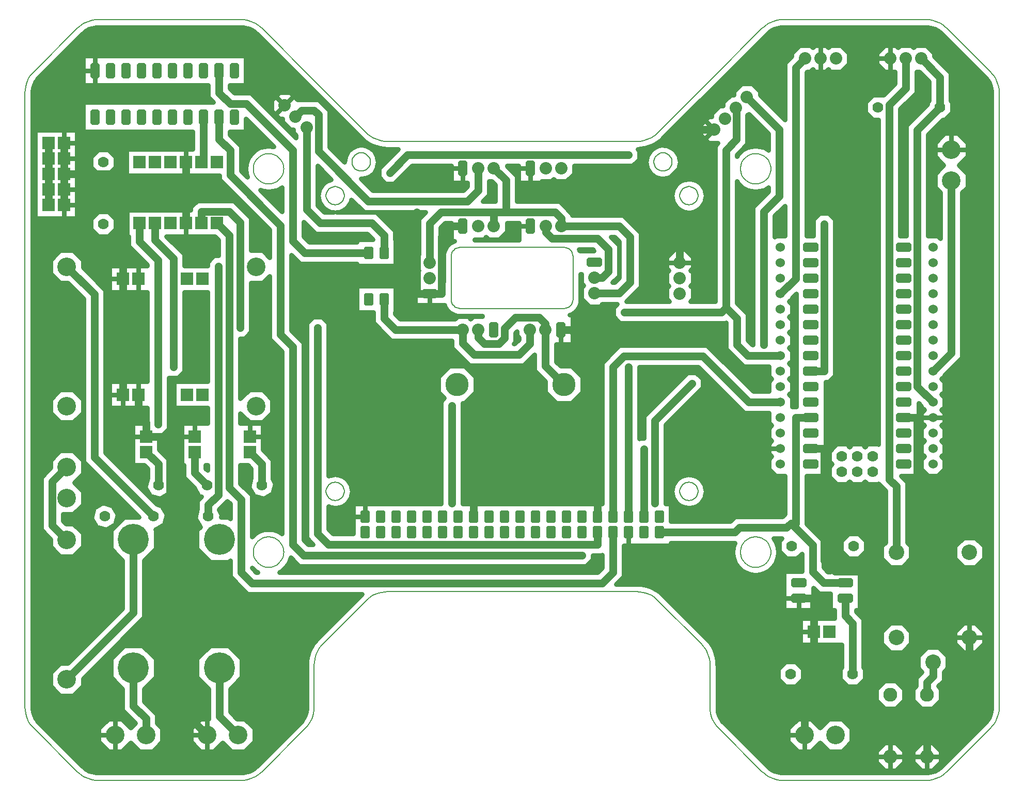
<source format=gbr>
G04 PROTEUS GERBER X2 FILE*
%TF.GenerationSoftware,Labcenter,Proteus,8.9-SP0-Build27865*%
%TF.CreationDate,2021-06-19T08:02:23+00:00*%
%TF.FileFunction,Copper,L1,Top*%
%TF.FilePolarity,Positive*%
%TF.Part,Single*%
%TF.SameCoordinates,{64bffbd5-d61a-4640-9b31-8bd0ff2465da}*%
%FSLAX45Y45*%
%MOMM*%
G01*
%TA.AperFunction,Conductor*%
%ADD10C,1.270000*%
%TA.AperFunction,ViaPad*%
%ADD11C,1.016000*%
%TA.AperFunction,Conductor*%
%ADD12C,0.762000*%
%AMPPAD003*
4,1,36,
-0.457200,1.016000,
0.457200,1.016000,
0.519520,1.009940,
0.577160,0.992490,
0.628980,0.964770,
0.673890,0.927890,
0.710760,0.882980,
0.738480,0.831160,
0.755930,0.773520,
0.762000,0.711200,
0.762000,-0.711200,
0.755930,-0.773520,
0.738480,-0.831160,
0.710760,-0.882980,
0.673890,-0.927890,
0.628980,-0.964770,
0.577160,-0.992490,
0.519520,-1.009940,
0.457200,-1.016000,
-0.457200,-1.016000,
-0.519520,-1.009940,
-0.577160,-0.992490,
-0.628980,-0.964770,
-0.673890,-0.927890,
-0.710760,-0.882980,
-0.738480,-0.831160,
-0.755930,-0.773520,
-0.762000,-0.711200,
-0.762000,0.711200,
-0.755930,0.773520,
-0.738480,0.831160,
-0.710760,0.882980,
-0.673890,0.927890,
-0.628980,0.964770,
-0.577160,0.992490,
-0.519520,1.009940,
-0.457200,1.016000,
0*%
%TA.AperFunction,ComponentPad*%
%ADD13PPAD003*%
%AMDIL004*
4,1,8,
-0.762000,0.965200,-0.457200,1.270000,0.457200,1.270000,0.762000,0.965200,0.762000,-0.965200,
0.457200,-1.270000,-0.457200,-1.270000,-0.762000,-0.965200,-0.762000,0.965200,
0*%
%TA.AperFunction,ComponentPad*%
%ADD14DIL004*%
%ADD15C,2.032000*%
%AMDIL006*
4,1,8,
-1.270000,0.457200,-0.965200,0.762000,0.965200,0.762000,1.270000,0.457200,1.270000,-0.457200,
0.965200,-0.762000,-0.965200,-0.762000,-1.270000,-0.457200,-1.270000,0.457200,
0*%
%ADD16DIL006*%
%TA.AperFunction,ComponentPad*%
%ADD17C,3.048000*%
%TA.AperFunction,ComponentPad*%
%ADD18C,1.778000*%
%TA.AperFunction,ComponentPad*%
%ADD19R,2.032000X2.032000*%
%TA.AperFunction,ComponentPad*%
%ADD70C,5.080000*%
%ADD71C,3.810000*%
%TA.AperFunction,ComponentPad*%
%ADD20C,2.540000*%
%TA.AperFunction,ComponentPad*%
%ADD21C,2.286000*%
%TA.AperFunction,WasherPad*%
%ADD22C,1.524000*%
%TA.AperFunction,Profile*%
%ADD23C,0.203200*%
%TD.AperFunction*%
G36*
X+6820442Y+5610212D02*
X+6858392Y+5604585D01*
X+6894506Y+5595486D01*
X+6928660Y+5583124D01*
X+6960790Y+5567663D01*
X+6990743Y+5549291D01*
X+7018429Y+5528135D01*
X+7047008Y+5501230D01*
X+7750200Y+4798038D01*
X+7777105Y+4769459D01*
X+7798260Y+4741774D01*
X+7816635Y+4711819D01*
X+7832093Y+4679691D01*
X+7844456Y+4645536D01*
X+7853555Y+4609422D01*
X+7859182Y+4571472D01*
X+7861260Y+4528781D01*
X+7861260Y-5533031D01*
X+7859182Y-5575722D01*
X+7853555Y-5613672D01*
X+7844456Y-5649786D01*
X+7832093Y-5683941D01*
X+7816635Y-5716069D01*
X+7798260Y-5746024D01*
X+7777105Y-5773709D01*
X+7750200Y-5802288D01*
X+7047008Y-6505480D01*
X+7018429Y-6532385D01*
X+6990743Y-6553541D01*
X+6960790Y-6571913D01*
X+6928660Y-6587374D01*
X+6894506Y-6599736D01*
X+6858392Y-6608835D01*
X+6820442Y-6614462D01*
X+6777751Y-6616540D01*
X+4452144Y-6616540D01*
X+4409453Y-6614462D01*
X+4371503Y-6608835D01*
X+4335389Y-6599736D01*
X+4301235Y-6587374D01*
X+4269105Y-6571913D01*
X+4239152Y-6553541D01*
X+4211466Y-6532385D01*
X+4182887Y-6505480D01*
X+3479695Y-5802288D01*
X+3452790Y-5773709D01*
X+3431634Y-5746023D01*
X+3413262Y-5716072D01*
X+3397802Y-5683941D01*
X+3385438Y-5649784D01*
X+3376340Y-5613672D01*
X+3370713Y-5575722D01*
X+3368635Y-5533031D01*
X+3368635Y-4848467D01*
X+3368487Y-4845425D01*
X+3365664Y-4787423D01*
X+3356419Y-4725066D01*
X+3341232Y-4664791D01*
X+3320313Y-4607000D01*
X+3293904Y-4552111D01*
X+3262229Y-4500473D01*
X+3225576Y-4452506D01*
X+3187318Y-4411869D01*
X+2478824Y-3703375D01*
X+2477453Y-3702084D01*
X+2438187Y-3665117D01*
X+2390220Y-3628464D01*
X+2338584Y-3596791D01*
X+2283695Y-3570380D01*
X+2225892Y-3549458D01*
X+2165628Y-3534275D01*
X+2103268Y-3525029D01*
X+2042225Y-3522058D01*
X+1707786Y-3522058D01*
X+1828799Y-3401045D01*
X+1828799Y-2886899D01*
X+2603499Y-2886899D01*
X+2603499Y-2848799D01*
X+3651621Y-2848799D01*
X+3626902Y-2915980D01*
X+3618107Y-2997675D01*
X+3626902Y-3079370D01*
X+3661449Y-3173260D01*
X+3712142Y-3246077D01*
X+3773646Y-3301636D01*
X+3843022Y-3341128D01*
X+3917104Y-3364614D01*
X+3992840Y-3372334D01*
X+4068576Y-3364614D01*
X+4142658Y-3341128D01*
X+4212034Y-3301636D01*
X+4273538Y-3246077D01*
X+4324231Y-3173260D01*
X+4358778Y-3079370D01*
X+4367573Y-2997675D01*
X+4358778Y-2915980D01*
X+4324231Y-2822090D01*
X+4290802Y-2774072D01*
X+4422561Y-2774072D01*
X+4380801Y-2815832D01*
X+4380801Y-2984168D01*
X+4499832Y-3103199D01*
X+4668168Y-3103199D01*
X+4749801Y-3021566D01*
X+4749801Y-3309501D01*
X+4458701Y-3309501D01*
X+4458701Y-3944499D01*
X+4941299Y-3944499D01*
X+4941299Y-3587343D01*
X+5031755Y-3677799D01*
X+5220701Y-3677799D01*
X+5220701Y-3944499D01*
X+5284201Y-3944499D01*
X+5284201Y-4084101D01*
X+4730101Y-4084101D01*
X+4730101Y-4515899D01*
X+5406201Y-4515899D01*
X+5406201Y-4890432D01*
X+5380801Y-4915832D01*
X+5380801Y-5084168D01*
X+5499832Y-5203199D01*
X+5668168Y-5203199D01*
X+5787199Y-5084168D01*
X+5787199Y-4915832D01*
X+5761799Y-4890432D01*
X+5761799Y-4091955D01*
X+5639799Y-3969955D01*
X+5639799Y-3944499D01*
X+5703299Y-3944499D01*
X+5703299Y-3309501D01*
X+5220701Y-3309501D01*
X+5220701Y-3322201D01*
X+5179045Y-3322201D01*
X+5105399Y-3248555D01*
X+5105399Y-2809255D01*
X+4827799Y-2531655D01*
X+4827799Y-1746499D01*
X+5141299Y-1746499D01*
X+5141299Y-209799D01*
X+5191745Y-209799D01*
X+5295899Y-105645D01*
X+5295899Y+2461247D01*
X+5191747Y+2565399D01*
X+5044453Y+2565399D01*
X+4940301Y+2461247D01*
X+4940301Y+2190499D01*
X+4827799Y+2190499D01*
X+4827799Y+4876355D01*
X+4835545Y+4884101D01*
X+4889428Y+4884101D01*
X+4927000Y+4921673D01*
X+4964572Y+4884101D01*
X+5143428Y+4884101D01*
X+5181000Y+4921673D01*
X+5218572Y+4884101D01*
X+5397428Y+4884101D01*
X+5523899Y+5010572D01*
X+5523899Y+5189428D01*
X+5397428Y+5315899D01*
X+5218572Y+5315899D01*
X+5181000Y+5278327D01*
X+5143428Y+5315899D01*
X+4964572Y+5315899D01*
X+4927000Y+5278327D01*
X+4889428Y+5315899D01*
X+4710572Y+5315899D01*
X+4584101Y+5189428D01*
X+4584101Y+5135545D01*
X+4472201Y+5023645D01*
X+4472201Y+4099057D01*
X+4066306Y+4504953D01*
X+4066306Y+4558837D01*
X+3939836Y+4685307D01*
X+3760978Y+4685307D01*
X+3634508Y+4558837D01*
X+3634508Y+4505701D01*
X+3581373Y+4505701D01*
X+3454903Y+4379231D01*
X+3454903Y+4326096D01*
X+3401768Y+4326096D01*
X+3275298Y+4199626D01*
X+3275298Y+4146491D01*
X+3222163Y+4146491D01*
X+3095693Y+4020021D01*
X+3095693Y+3841163D01*
X+3222163Y+3714693D01*
X+3374349Y+3714693D01*
X+3327401Y+3667745D01*
X+3327401Y+1117598D01*
X+2926925Y+1117598D01*
X+2965899Y+1156572D01*
X+2965899Y+1335428D01*
X+2928327Y+1373000D01*
X+2965899Y+1410572D01*
X+2965899Y+1589428D01*
X+2928327Y+1627000D01*
X+2965899Y+1664572D01*
X+2965899Y+1843428D01*
X+2839428Y+1969899D01*
X+2660572Y+1969899D01*
X+2534101Y+1843428D01*
X+2534101Y+1664572D01*
X+2571673Y+1627000D01*
X+2534101Y+1589428D01*
X+2534101Y+1410572D01*
X+2571673Y+1373000D01*
X+2534101Y+1335428D01*
X+2534101Y+1156572D01*
X+2573074Y+1117599D01*
X+1871643Y+1117599D01*
X+2108199Y+1354155D01*
X+2108199Y+2245345D01*
X+1825745Y+2527799D01*
X+985799Y+2527799D01*
X+985799Y+2550145D01*
X+780045Y+2755899D01*
X+76199Y+2755899D01*
X+76199Y+3175245D01*
X-84101Y+3335545D01*
X-84101Y+3340101D01*
X+105501Y+3340101D01*
X+105501Y+3058701D01*
X+486499Y+3058701D01*
X+486499Y+3084101D01*
X+639428Y+3084101D01*
X+677000Y+3121673D01*
X+714572Y+3084101D01*
X+893428Y+3084101D01*
X+1019899Y+3210572D01*
X+1019899Y+3340101D01*
X+1978647Y+3340101D01*
X+2082799Y+3444253D01*
X+2082799Y+3591547D01*
X+2057741Y+3616605D01*
X+2103268Y+3618821D01*
X+2165628Y+3628067D01*
X+2171647Y+3629583D01*
X+2225892Y+3643250D01*
X+2283695Y+3664172D01*
X+2289369Y+3666902D01*
X+2338584Y+3690583D01*
X+2390220Y+3722256D01*
X+2438187Y+3758909D01*
X+2478824Y+3797167D01*
X+4182887Y+5501230D01*
X+4211466Y+5528135D01*
X+4239152Y+5549291D01*
X+4269105Y+5567663D01*
X+4301235Y+5583124D01*
X+4335389Y+5595486D01*
X+4371503Y+5604585D01*
X+4409453Y+5610212D01*
X+4452144Y+5612290D01*
X+6777751Y+5612290D01*
X+6820442Y+5610212D01*
G37*
%LPC*%
G36*
X+2497088Y+3676071D02*
X+2545583Y+3669645D01*
X+2614980Y+3640262D01*
X+2628676Y+3629139D01*
X+2677051Y+3589849D01*
X+2726918Y+3514259D01*
X+2750568Y+3403910D01*
X+2726918Y+3293561D01*
X+2677051Y+3217971D01*
X+2614980Y+3167558D01*
X+2545583Y+3138175D01*
X+2473549Y+3128629D01*
X+2450010Y+3131749D01*
X+2401515Y+3138175D01*
X+2332118Y+3167558D01*
X+2318422Y+3178681D01*
X+2270047Y+3217971D01*
X+2220180Y+3293561D01*
X+2196530Y+3403910D01*
X+2220180Y+3514259D01*
X+2270047Y+3589849D01*
X+2332118Y+3640262D01*
X+2401515Y+3669645D01*
X+2473549Y+3679191D01*
X+2497088Y+3676071D01*
G37*
G36*
X+2916337Y+3123383D02*
X+2972035Y+3116008D01*
X+3041447Y+3086651D01*
X+3103536Y+3036292D01*
X+3153488Y+2960754D01*
X+3177305Y+2850000D01*
X+3153488Y+2739246D01*
X+3103536Y+2663708D01*
X+3041447Y+2613349D01*
X+3025212Y+2606482D01*
X+2972035Y+2583992D01*
X+2900000Y+2574454D01*
X+2827965Y+2583992D01*
X+2758553Y+2613349D01*
X+2696464Y+2663708D01*
X+2646512Y+2739246D01*
X+2622695Y+2850000D01*
X+2646512Y+2960754D01*
X+2696464Y+3036292D01*
X+2758553Y+3086651D01*
X+2774788Y+3093518D01*
X+2827965Y+3116008D01*
X+2900000Y+3125546D01*
X+2916337Y+3123383D01*
G37*
G36*
X+6923899Y+5189428D02*
X+6923899Y+5135545D01*
X+7193799Y+4865645D01*
X+7193799Y+4409568D01*
X+7219199Y+4384168D01*
X+7219199Y+4215832D01*
X+7100168Y+4096801D01*
X+7064245Y+4096801D01*
X+6819899Y+3852455D01*
X+6819899Y+2189305D01*
X+6821093Y+2190499D01*
X+6978907Y+2190499D01*
X+7022201Y+2147205D01*
X+7022201Y+2900630D01*
X+6933301Y+2989530D01*
X+6933301Y+3210470D01*
X+7076831Y+3354000D01*
X+6933301Y+3497530D01*
X+6933301Y+3718470D01*
X+7089530Y+3874699D01*
X+7310470Y+3874699D01*
X+7466699Y+3718470D01*
X+7466699Y+3497530D01*
X+7323169Y+3354000D01*
X+7466699Y+3210470D01*
X+7466699Y+2989530D01*
X+7377799Y+2900630D01*
X+7377799Y+194355D01*
X+7090499Y-92945D01*
X+7090499Y-110907D01*
X+7042406Y-159000D01*
X+7090499Y-207093D01*
X+7090499Y-364907D01*
X+7042406Y-413000D01*
X+7090499Y-461093D01*
X+7090499Y-618907D01*
X+7042406Y-667000D01*
X+7090499Y-715093D01*
X+7090499Y-872907D01*
X+7042406Y-921000D01*
X+7090499Y-969093D01*
X+7090499Y-1126907D01*
X+7042406Y-1175000D01*
X+7090499Y-1223093D01*
X+7090499Y-1380907D01*
X+7042406Y-1429000D01*
X+7090499Y-1477093D01*
X+7090499Y-1634907D01*
X+6978907Y-1746499D01*
X+6821093Y-1746499D01*
X+6709501Y-1634907D01*
X+6709501Y-1477093D01*
X+6757594Y-1429000D01*
X+6709501Y-1380907D01*
X+6709501Y-1223093D01*
X+6757594Y-1175000D01*
X+6709501Y-1126907D01*
X+6709501Y-969093D01*
X+6757594Y-921000D01*
X+6709501Y-872907D01*
X+6709501Y-715093D01*
X+6757594Y-667000D01*
X+6709501Y-618907D01*
X+6709501Y-600945D01*
X+6665299Y-556743D01*
X+6665299Y-1746499D01*
X+6380243Y-1746499D01*
X+6477799Y-1844055D01*
X+6477799Y-2836551D01*
X+6541299Y-2900051D01*
X+6541299Y-3099949D01*
X+6399949Y-3241299D01*
X+6200051Y-3241299D01*
X+6058701Y-3099949D01*
X+6058701Y-2900051D01*
X+6122201Y-2836551D01*
X+6122201Y-1991345D01*
X+6008612Y-1877756D01*
X+6000168Y-1886199D01*
X+5831832Y-1886199D01*
X+5789000Y-1843367D01*
X+5746168Y-1886199D01*
X+5577832Y-1886199D01*
X+5535000Y-1843367D01*
X+5492168Y-1886199D01*
X+5323832Y-1886199D01*
X+5204801Y-1767168D01*
X+5204801Y-1598832D01*
X+5247633Y-1556000D01*
X+5204801Y-1513168D01*
X+5204801Y-1344832D01*
X+5323832Y-1225801D01*
X+5492168Y-1225801D01*
X+5535000Y-1268633D01*
X+5577832Y-1225801D01*
X+5746168Y-1225801D01*
X+5789000Y-1268633D01*
X+5831832Y-1225801D01*
X+6000168Y-1225801D01*
X+6007102Y-1232735D01*
X+6007102Y+4096801D01*
X+5915832Y+4096801D01*
X+5796801Y+4215832D01*
X+5796801Y+4384168D01*
X+5915832Y+4503199D01*
X+6084168Y+4503199D01*
X+6088712Y+4498656D01*
X+6276201Y+4686145D01*
X+6276201Y+4884101D01*
X+6110572Y+4884101D01*
X+5984101Y+5010572D01*
X+5984101Y+5189428D01*
X+6110572Y+5315899D01*
X+6289428Y+5315899D01*
X+6327000Y+5278327D01*
X+6364572Y+5315899D01*
X+6543428Y+5315899D01*
X+6581000Y+5278327D01*
X+6618572Y+5315899D01*
X+6797428Y+5315899D01*
X+6923899Y+5189428D01*
G37*
G36*
X+6541299Y-4300051D02*
X+6541299Y-4499949D01*
X+6399949Y-4641299D01*
X+6200051Y-4641299D01*
X+6058701Y-4499949D01*
X+6058701Y-4300051D01*
X+6200051Y-4158701D01*
X+6399949Y-4158701D01*
X+6541299Y-4300051D01*
G37*
G36*
X+7741299Y-4300051D02*
X+7741299Y-4499949D01*
X+7599949Y-4641299D01*
X+7400051Y-4641299D01*
X+7258701Y-4499949D01*
X+7258701Y-4300051D01*
X+7400051Y-4158701D01*
X+7599949Y-4158701D01*
X+7741299Y-4300051D01*
G37*
G36*
X+7141299Y-4700051D02*
X+7141299Y-4899949D01*
X+7077799Y-4963449D01*
X+7077799Y-5104445D01*
X+6985766Y-5196478D01*
X+7028599Y-5239311D01*
X+7028599Y-5428689D01*
X+6894689Y-5562599D01*
X+6705311Y-5562599D01*
X+6571401Y-5428689D01*
X+6571401Y-5239311D01*
X+6622201Y-5188511D01*
X+6622201Y-5057155D01*
X+6719054Y-4960302D01*
X+6658701Y-4899949D01*
X+6658701Y-4700051D01*
X+6800051Y-4558701D01*
X+6999949Y-4558701D01*
X+7141299Y-4700051D01*
G37*
G36*
X+7741299Y-2900051D02*
X+7741299Y-3099949D01*
X+7599949Y-3241299D01*
X+7400051Y-3241299D01*
X+7258701Y-3099949D01*
X+7258701Y-2900051D01*
X+7400051Y-2758701D01*
X+7599949Y-2758701D01*
X+7741299Y-2900051D01*
G37*
G36*
X+5566699Y-5889530D02*
X+5566699Y-6110470D01*
X+5410470Y-6266699D01*
X+5189530Y-6266699D01*
X+5046000Y-6123169D01*
X+4902470Y-6266699D01*
X+4681530Y-6266699D01*
X+4525301Y-6110470D01*
X+4525301Y-5889530D01*
X+4681530Y-5733301D01*
X+4902470Y-5733301D01*
X+5046000Y-5876831D01*
X+5189530Y-5733301D01*
X+5410470Y-5733301D01*
X+5566699Y-5889530D01*
G37*
G36*
X+5396801Y-2984168D02*
X+5396801Y-2815832D01*
X+5515832Y-2696801D01*
X+5684168Y-2696801D01*
X+5803199Y-2815832D01*
X+5803199Y-2984168D01*
X+5684168Y-3103199D01*
X+5515832Y-3103199D01*
X+5396801Y-2984168D01*
G37*
G36*
X+4771199Y-4915832D02*
X+4771199Y-5084168D01*
X+4652168Y-5203199D01*
X+4483832Y-5203199D01*
X+4364801Y-5084168D01*
X+4364801Y-4915832D01*
X+4483832Y-4796801D01*
X+4652168Y-4796801D01*
X+4771199Y-4915832D01*
G37*
G36*
X+6105311Y-6121401D02*
X+6294689Y-6121401D01*
X+6428599Y-6255311D01*
X+6428599Y-6444689D01*
X+6294689Y-6578599D01*
X+6105311Y-6578599D01*
X+5971401Y-6444689D01*
X+5971401Y-6255311D01*
X+6105311Y-6121401D01*
G37*
G36*
X+6105311Y-5105401D02*
X+6294689Y-5105401D01*
X+6428599Y-5239311D01*
X+6428599Y-5428689D01*
X+6294689Y-5562599D01*
X+6105311Y-5562599D01*
X+5971401Y-5428689D01*
X+5971401Y-5239311D01*
X+6105311Y-5105401D01*
G37*
G36*
X+6705311Y-6121401D02*
X+6894689Y-6121401D01*
X+7028599Y-6255311D01*
X+7028599Y-6444689D01*
X+6894689Y-6578599D01*
X+6705311Y-6578599D01*
X+6571401Y-6444689D01*
X+6571401Y-6255311D01*
X+6705311Y-6121401D01*
G37*
%LPD*%
G36*
X+6838201Y+4718355D02*
X+6838201Y+4409568D01*
X+6812801Y+4384168D01*
X+6812801Y+4348245D01*
X+6464301Y+3999745D01*
X+6464301Y+2190499D01*
X+6362698Y+2190499D01*
X+6362698Y+4269754D01*
X+6631799Y+4538855D01*
X+6631799Y+4884101D01*
X+6672455Y+4884101D01*
X+6838201Y+4718355D01*
G37*
G36*
X-4409532Y+5610212D02*
X-4371584Y+5604585D01*
X-4335467Y+5595485D01*
X-4301317Y+5583125D01*
X-4269185Y+5567663D01*
X-4239232Y+5549291D01*
X-4211546Y+5528135D01*
X-4182967Y+5501230D01*
X-3332261Y+4650524D01*
X-2478899Y+3797167D01*
X-2438262Y+3758909D01*
X-2390302Y+3722259D01*
X-2376294Y+3713667D01*
X-2338667Y+3690585D01*
X-2283775Y+3664173D01*
X-2225982Y+3643253D01*
X-2165707Y+3628066D01*
X-2103350Y+3618821D01*
X-2042306Y+3615850D01*
X-1867994Y+3615850D01*
X-2184398Y+3299446D01*
X-2184398Y+3152154D01*
X-2080246Y+3048002D01*
X-1932954Y+3048002D01*
X-1640855Y+3340101D01*
X-998499Y+3340101D01*
X-998499Y+3058701D01*
X-731799Y+3058701D01*
X-731799Y+3007345D01*
X-805445Y+2933699D01*
X-2070869Y+2933699D01*
X-2282402Y+2933846D01*
X-2477728Y+3129172D01*
X-2473629Y+3128629D01*
X-2401595Y+3138175D01*
X-2332198Y+3167558D01*
X-2270127Y+3217971D01*
X-2220260Y+3293561D01*
X-2196610Y+3403910D01*
X-2220260Y+3514259D01*
X-2270127Y+3589849D01*
X-2332198Y+3640262D01*
X-2401595Y+3669645D01*
X-2473629Y+3679191D01*
X-2545663Y+3669645D01*
X-2615060Y+3640262D01*
X-2677131Y+3589849D01*
X-2726998Y+3514259D01*
X-2750648Y+3403910D01*
X-2750152Y+3401596D01*
X-2997201Y+3648645D01*
X-2997201Y+4249645D01*
X-3175355Y+4427799D01*
X-3522471Y+4427799D01*
X-3640176Y+4545504D01*
X-3819034Y+4545504D01*
X-3945504Y+4419034D01*
X-3945504Y+4240176D01*
X-3819034Y+4113706D01*
X-3765899Y+4113706D01*
X-3765899Y+4060571D01*
X-3639429Y+3934101D01*
X-3586293Y+3934101D01*
X-3586293Y+3880965D01*
X-3548193Y+3842865D01*
X-3548193Y+3799637D01*
X-4282455Y+4533899D01*
X-4549155Y+4533899D01*
X-4628201Y+4612945D01*
X-4628201Y+4658701D01*
X-4361501Y+4658701D01*
X-4361501Y+5141299D01*
X-7028499Y+5141299D01*
X-7028499Y+4658701D01*
X-4983799Y+4658701D01*
X-4983799Y+4465655D01*
X-4897443Y+4379299D01*
X-7028499Y+4379299D01*
X-7028499Y+3896701D01*
X-5237798Y+3896701D01*
X-5237797Y+3615899D01*
X-6323899Y+3615899D01*
X-6323899Y+3184101D01*
X-4800599Y+3184101D01*
X-4800599Y+3114055D01*
X-3975099Y+2288555D01*
X-3975099Y+1838268D01*
X-4089530Y+1952699D01*
X-4279901Y+1952699D01*
X-4279901Y+2486645D01*
X-4561855Y+2768599D01*
X-5165645Y+2768599D01*
X-5269799Y+2664445D01*
X-5269799Y+2615899D01*
X-6323899Y+2615899D01*
X-6323899Y+2184101D01*
X-6285799Y+2184101D01*
X-6285799Y+2021155D01*
X-5981699Y+1717055D01*
X-5981699Y+1701899D01*
X-6599899Y+1701899D01*
X-6599899Y+1270101D01*
X-5981699Y+1270101D01*
X-5981699Y-198101D01*
X-6599899Y-198101D01*
X-6599899Y-629899D01*
X-5981699Y-629899D01*
X-5981699Y-884101D01*
X-6215899Y-884101D01*
X-6215899Y-1569899D01*
X-6035545Y-1569899D01*
X-5977799Y-1627645D01*
X-5977799Y-1778455D01*
X-6018059Y-1928708D01*
X-5933891Y-2074491D01*
X-5771292Y-2118059D01*
X-5625509Y-2033891D01*
X-5581941Y-1871292D01*
X-5622202Y-1801558D01*
X-5622203Y-1480353D01*
X-5784101Y-1318455D01*
X-5784101Y-1079499D01*
X-5730253Y-1079499D01*
X-5626101Y-975347D01*
X-5626101Y-137145D01*
X-5623547Y-139699D01*
X-5476253Y-139699D01*
X-5372101Y-35547D01*
X-5372101Y+1270101D01*
X-4991099Y+1270101D01*
X-4991099Y-198101D01*
X-5545899Y-198101D01*
X-5545899Y-629899D01*
X-4991099Y-629899D01*
X-4991099Y-884101D01*
X-5415899Y-884101D01*
X-5415899Y-1569899D01*
X-5377799Y-1569899D01*
X-5377799Y-1773648D01*
X-5211667Y-1939780D01*
X-5133891Y-2074491D01*
X-5094004Y-2085178D01*
X-5157681Y-2148855D01*
X-5157681Y-2286455D01*
X-5197941Y-2436708D01*
X-5113773Y-2582491D01*
X-5113435Y-2582582D01*
X-5168299Y-2637446D01*
X-5168299Y-2942554D01*
X-4952554Y-3158299D01*
X-4647446Y-3158299D01*
X-4622799Y-3133652D01*
X-4622799Y-3401045D01*
X-4340845Y-3682999D01*
X-2457261Y-3682999D01*
X-2478904Y-3703375D01*
X-3187398Y-4411869D01*
X-3188689Y-4413240D01*
X-3225656Y-4452506D01*
X-3262309Y-4500473D01*
X-3293984Y-4552111D01*
X-3320393Y-4607000D01*
X-3341312Y-4664791D01*
X-3356499Y-4725066D01*
X-3365744Y-4787423D01*
X-3368715Y-4848467D01*
X-3368715Y-5533031D01*
X-3370793Y-5575722D01*
X-3376420Y-5613672D01*
X-3385518Y-5649784D01*
X-3397882Y-5683941D01*
X-3413342Y-5716072D01*
X-3431714Y-5746023D01*
X-3452870Y-5773709D01*
X-3479775Y-5802288D01*
X-4182967Y-6505480D01*
X-4211546Y-6532385D01*
X-4239232Y-6553541D01*
X-4269185Y-6571913D01*
X-4301317Y-6587375D01*
X-4335467Y-6599735D01*
X-4371584Y-6608835D01*
X-4409532Y-6614462D01*
X-4452224Y-6616540D01*
X-6777831Y-6616540D01*
X-6820522Y-6614462D01*
X-6858472Y-6608835D01*
X-6894586Y-6599736D01*
X-6928740Y-6587374D01*
X-6960870Y-6571913D01*
X-6990823Y-6553541D01*
X-7018509Y-6532385D01*
X-7047088Y-6505480D01*
X-7750280Y-5802288D01*
X-7777185Y-5773709D01*
X-7798340Y-5746024D01*
X-7816715Y-5716069D01*
X-7832173Y-5683941D01*
X-7844536Y-5649786D01*
X-7853635Y-5613672D01*
X-7859262Y-5575722D01*
X-7861340Y-5533031D01*
X-7861340Y+4528781D01*
X-7859262Y+4571472D01*
X-7853635Y+4609422D01*
X-7844536Y+4645536D01*
X-7832173Y+4679691D01*
X-7816715Y+4711819D01*
X-7798340Y+4741774D01*
X-7777185Y+4769459D01*
X-7750280Y+4798038D01*
X-7047092Y+5501226D01*
X-7018506Y+5528138D01*
X-6990835Y+5549282D01*
X-6960866Y+5567665D01*
X-6928747Y+5583120D01*
X-6894578Y+5595488D01*
X-6858472Y+5604585D01*
X-6820522Y+5610212D01*
X-6777831Y+5612290D01*
X-4452224Y+5612290D01*
X-4409532Y+5610212D01*
G37*
%LPC*%
G36*
X-5839701Y-4747446D02*
X-5839701Y-5052554D01*
X-6030201Y-5243054D01*
X-6030201Y-5446055D01*
X-5822201Y-5654055D01*
X-5822201Y-5800630D01*
X-5733301Y-5889530D01*
X-5733301Y-6110470D01*
X-5889530Y-6266699D01*
X-6110470Y-6266699D01*
X-6254000Y-6123169D01*
X-6397530Y-6266699D01*
X-6618470Y-6266699D01*
X-6774699Y-6110470D01*
X-6774699Y-5889530D01*
X-6618470Y-5733301D01*
X-6397530Y-5733301D01*
X-6254000Y-5876831D01*
X-6178156Y-5800988D01*
X-6385799Y-5593345D01*
X-6385799Y-5243054D01*
X-6576299Y-5052554D01*
X-6576299Y-4747446D01*
X-6360554Y-4531701D01*
X-6055446Y-4531701D01*
X-5839701Y-4747446D01*
G37*
G36*
X-4431701Y-4747446D02*
X-4431701Y-5052554D01*
X-4622201Y-5243054D01*
X-4622201Y-5618355D01*
X-4507255Y-5733301D01*
X-4381530Y-5733301D01*
X-4225301Y-5889530D01*
X-4225301Y-6110470D01*
X-4381530Y-6266699D01*
X-4602470Y-6266699D01*
X-4746000Y-6123169D01*
X-4889530Y-6266699D01*
X-5110470Y-6266699D01*
X-5266699Y-6110470D01*
X-5266699Y-5889530D01*
X-5110470Y-5733301D01*
X-4977799Y-5733301D01*
X-4977799Y-5243054D01*
X-5168299Y-5052554D01*
X-5168299Y-4747446D01*
X-4952554Y-4531701D01*
X-4647446Y-4531701D01*
X-4431701Y-4747446D01*
G37*
G36*
X-7033301Y+1796470D02*
X-7033301Y+1670745D01*
X-6667501Y+1304945D01*
X-6667501Y-1368937D01*
X-5823770Y-2212668D01*
X-5745991Y-2233509D01*
X-5661823Y-2379292D01*
X-5705391Y-2541891D01*
X-5851119Y-2626028D01*
X-5839701Y-2637446D01*
X-5839701Y-2942554D01*
X-6030201Y-3133054D01*
X-6030201Y-4067645D01*
X-7033301Y-5070745D01*
X-7033301Y-5196470D01*
X-7189530Y-5352699D01*
X-7410470Y-5352699D01*
X-7566699Y-5196470D01*
X-7566699Y-4975530D01*
X-7410470Y-4819301D01*
X-7284745Y-4819301D01*
X-6385799Y-3920355D01*
X-6385799Y-3133054D01*
X-6576299Y-2942554D01*
X-6576299Y-2637446D01*
X-6360554Y-2421701D01*
X-6117625Y-2421701D01*
X-7023099Y-1516227D01*
X-7023099Y+1157655D01*
X-7284745Y+1419301D01*
X-7410470Y+1419301D01*
X-7566699Y+1575530D01*
X-7566699Y+1796470D01*
X-7410470Y+1952699D01*
X-7189530Y+1952699D01*
X-7033301Y+1796470D01*
G37*
G36*
X-7033301Y-1489530D02*
X-7033301Y-1710470D01*
X-7176831Y-1854000D01*
X-7033301Y-1997530D01*
X-7033301Y-2218470D01*
X-7189530Y-2374699D01*
X-7366001Y-2374699D01*
X-7366001Y-2482555D01*
X-7315255Y-2533301D01*
X-7189530Y-2533301D01*
X-7033301Y-2689530D01*
X-7033301Y-2910470D01*
X-7189530Y-3066699D01*
X-7410470Y-3066699D01*
X-7566699Y-2910470D01*
X-7566699Y-2784745D01*
X-7721599Y-2629845D01*
X-7721599Y-1770155D01*
X-7566699Y-1615255D01*
X-7566699Y-1489530D01*
X-7410470Y-1333301D01*
X-7189530Y-1333301D01*
X-7033301Y-1489530D01*
G37*
G36*
X-7566699Y-710470D02*
X-7566699Y-489530D01*
X-7410470Y-333301D01*
X-7189530Y-333301D01*
X-7033301Y-489530D01*
X-7033301Y-710470D01*
X-7189530Y-866699D01*
X-7410470Y-866699D01*
X-7566699Y-710470D01*
G37*
G36*
X-6813773Y-2582491D02*
X-6897941Y-2436708D01*
X-6854373Y-2274109D01*
X-6708590Y-2189941D01*
X-6545991Y-2233509D01*
X-6461823Y-2379292D01*
X-6505391Y-2541891D01*
X-6651174Y-2626059D01*
X-6813773Y-2582491D01*
G37*
G36*
X-6784168Y+3603199D02*
X-6615832Y+3603199D01*
X-6496801Y+3484168D01*
X-6496801Y+3315832D01*
X-6615832Y+3196801D01*
X-6784168Y+3196801D01*
X-6903199Y+3315832D01*
X-6903199Y+3484168D01*
X-6784168Y+3603199D01*
G37*
G36*
X-6784168Y+2587199D02*
X-6615832Y+2587199D01*
X-6496801Y+2468168D01*
X-6496801Y+2299832D01*
X-6615832Y+2180801D01*
X-6784168Y+2180801D01*
X-6903199Y+2299832D01*
X-6903199Y+2468168D01*
X-6784168Y+2587199D01*
G37*
G36*
X-7134101Y+3496101D02*
X-7134101Y+2480101D01*
X-7819899Y+2480101D01*
X-7819899Y+3927899D01*
X-7134101Y+3927899D01*
X-7134101Y+3496101D01*
G37*
%LPD*%
G36*
X-3905924Y+3654480D02*
X-3917184Y+3658050D01*
X-3992920Y+3665770D01*
X-4068656Y+3658050D01*
X-4142738Y+3634564D01*
X-4212114Y+3595072D01*
X-4273618Y+3539513D01*
X-4324311Y+3466696D01*
X-4358858Y+3372806D01*
X-4367653Y+3291111D01*
X-4358858Y+3209416D01*
X-4338941Y+3155285D01*
X-4445001Y+3261345D01*
X-4445001Y+3667745D01*
X-4628201Y+3850945D01*
X-4628201Y+3896701D01*
X-4361501Y+3896701D01*
X-4361501Y+4110057D01*
X-3905924Y+3654480D01*
G37*
G36*
X+4203701Y+3864669D02*
X+4203701Y+3599816D01*
X+4142658Y+3634564D01*
X+4068576Y+3658050D01*
X+3992840Y+3665770D01*
X+3917104Y+3658050D01*
X+3843022Y+3634564D01*
X+3773646Y+3595072D01*
X+3712142Y+3539513D01*
X+3682999Y+3497652D01*
X+3682999Y+3520455D01*
X+3859496Y+3696952D01*
X+3859496Y+4173168D01*
X+3877349Y+4191021D01*
X+4203701Y+3864669D01*
G37*
G36*
X-3771899Y+2588243D02*
X-4126011Y+2942355D01*
X-4068656Y+2924172D01*
X-3992920Y+2916452D01*
X-3917184Y+2924172D01*
X-3843102Y+2947658D01*
X-3773726Y+2987150D01*
X-3771899Y+2988800D01*
X-3771899Y+2588243D01*
G37*
G36*
X-279399Y+3027955D02*
X-279399Y+2755899D01*
X-480357Y+2755899D01*
X-376201Y+2860055D01*
X-376201Y+3084101D01*
X-335545Y+3084101D01*
X-279399Y+3027955D01*
G37*
G36*
X-2967988Y+3116544D02*
X-2972035Y+3116008D01*
X-3041447Y+3086651D01*
X-3103536Y+3036292D01*
X-3153488Y+2960754D01*
X-3177305Y+2850000D01*
X-3153488Y+2739246D01*
X-3103536Y+2663708D01*
X-3041447Y+2613349D01*
X-2972035Y+2583992D01*
X-2925263Y+2577799D01*
X-3076355Y+2577799D01*
X-3192597Y+2694041D01*
X-3192596Y+3341152D01*
X-2967988Y+3116544D01*
G37*
G36*
X+4472201Y+2190499D02*
X+4321093Y+2190499D01*
X+4305299Y+2174705D01*
X+4305299Y+2517155D01*
X+4472201Y+2684057D01*
X+4472201Y+2190499D01*
G37*
G36*
X+109501Y+2124460D02*
X-617501Y+2124460D01*
X-617501Y+2134101D01*
X-464572Y+2134101D01*
X-427000Y+2171673D01*
X-389428Y+2134101D01*
X-210572Y+2134101D01*
X-84101Y+2260572D01*
X-84101Y+2400301D01*
X+109501Y+2400301D01*
X+109501Y+2124460D01*
G37*
G36*
X-3275722Y+2274278D02*
X-3223645Y+2222201D01*
X-2373645Y+2222201D01*
X-2279343Y+2127899D01*
X-2544499Y+2127899D01*
X-2544499Y+2089799D01*
X-3326355Y+2089799D01*
X-3416301Y+2179745D01*
X-3416301Y+2414857D01*
X-3275722Y+2274278D01*
G37*
G36*
X+1343357Y+1948499D02*
X+1108701Y+1948499D01*
X+1108701Y+1941289D01*
X+1103982Y+1956874D01*
X+1097764Y+1968501D01*
X+1323355Y+1968501D01*
X+1343357Y+1948499D01*
G37*
G36*
X-4813299Y+2123855D02*
X-4813299Y+1866899D01*
X-4886947Y+1866899D01*
X-4991099Y+1762747D01*
X-4991099Y+1701899D01*
X-5372101Y+1701899D01*
X-5372101Y+1890445D01*
X-5665757Y+2184101D01*
X-4873545Y+2184101D01*
X-4813299Y+2123855D01*
G37*
G36*
X-2481821Y+2630377D02*
X-2429796Y+2578352D01*
X-2070223Y+2578102D01*
X-2070223Y+2578254D01*
X-2070100Y+2578101D01*
X-1619250Y+2578101D01*
X-1619250Y+2554428D01*
X-1585772Y+2520950D01*
X-1538428Y+2520950D01*
X-1504950Y+2554428D01*
X-1504950Y+2578101D01*
X-1419843Y+2578101D01*
X-1527799Y+2470145D01*
X-1527799Y+1881528D01*
X-1565899Y+1843428D01*
X-1565899Y+1664572D01*
X-1528327Y+1627000D01*
X-1565899Y+1589428D01*
X-1565899Y+1436499D01*
X-1591299Y+1436499D01*
X-1591299Y+1055501D01*
X-1108701Y+1055501D01*
X-1108701Y+1058711D01*
X-1103982Y+1043126D01*
X-1078756Y+995957D01*
X-1045070Y+954928D01*
X-1004043Y+921244D01*
X-956877Y+896019D01*
X-904966Y+880302D01*
X-856033Y+875540D01*
X-490499Y+875540D01*
X-490499Y+865899D01*
X-643428Y+865899D01*
X-681000Y+828327D01*
X-718572Y+865899D01*
X-897428Y+865899D01*
X-935528Y+827799D01*
X-1838155Y+827799D01*
X-1922201Y+911845D01*
X-1922201Y+934101D01*
X-1909501Y+934101D01*
X-1909501Y+1365899D01*
X-2544499Y+1365899D01*
X-2544499Y+934101D01*
X-2277799Y+934101D01*
X-2277799Y+764555D01*
X-1985445Y+472201D01*
X-985798Y+472201D01*
X-985798Y+353354D01*
X-695945Y+63501D01*
X+187845Y+63501D01*
X+368201Y+243857D01*
X+368201Y-19645D01*
X+545201Y-196645D01*
X+545201Y-376252D01*
X+723748Y-554799D01*
X+976252Y-554799D01*
X+1154799Y-376252D01*
X+1154799Y-123748D01*
X+976252Y+54799D01*
X+796645Y+54799D01*
X+723799Y+127645D01*
X+723799Y+408701D01*
X+990499Y+408701D01*
X+990499Y+891299D01*
X+941289Y+891299D01*
X+956877Y+896019D01*
X+1004043Y+921244D01*
X+1045070Y+954928D01*
X+1078756Y+995957D01*
X+1103982Y+1043126D01*
X+1119698Y+1095034D01*
X+1124460Y+1143967D01*
X+1124460Y+1567501D01*
X+1134101Y+1567501D01*
X+1134101Y+1414572D01*
X+1171673Y+1377000D01*
X+1134101Y+1339428D01*
X+1134101Y+1160572D01*
X+1260572Y+1034101D01*
X+1439428Y+1034101D01*
X+1477528Y+1072201D01*
X+1722455Y+1072201D01*
X+1663701Y+1013447D01*
X+1663701Y+866153D01*
X+1767853Y+762001D01*
X+3502646Y+762002D01*
X+3505200Y+764556D01*
X+3505201Y+764555D01*
X+3505201Y+332755D01*
X+3793755Y+44201D01*
X+4209501Y+44201D01*
X+4209501Y-110907D01*
X+4257594Y-159000D01*
X+4209501Y-207093D01*
X+4209501Y-362201D01*
X+3953745Y-362201D01*
X+3197845Y+393699D01*
X+1755155Y+393699D01*
X+1473201Y+111745D01*
X+1473201Y-2201101D01*
X-812801Y-2201101D01*
X-812801Y-554799D01*
X-773748Y-554799D01*
X-595201Y-376252D01*
X-595201Y-123748D01*
X-773748Y+54799D01*
X-1026252Y+54799D01*
X-1204799Y-123748D01*
X-1204799Y-376252D01*
X-1113098Y-467952D01*
X-1168399Y-523253D01*
X-1168399Y-2201101D01*
X-2603499Y-2201101D01*
X-2603499Y-2692401D01*
X-2936255Y-2692401D01*
X-3009901Y-2618755D01*
X-3009901Y-2249993D01*
X-2972035Y-2266008D01*
X-2900000Y-2275546D01*
X-2827965Y-2266008D01*
X-2758553Y-2236651D01*
X-2696464Y-2186292D01*
X-2646512Y-2110754D01*
X-2622695Y-2000000D01*
X-2646512Y-1889246D01*
X-2696464Y-1813708D01*
X-2758553Y-1763349D01*
X-2827965Y-1733992D01*
X-2900000Y-1724454D01*
X-2972035Y-1733992D01*
X-3009901Y-1750007D01*
X-3009901Y+759447D01*
X-3114053Y+863599D01*
X-3261347Y+863599D01*
X-3365499Y+759447D01*
X-3365499Y-2766045D01*
X-3261343Y-2870201D01*
X-3342655Y-2870201D01*
X-3416301Y-2796555D01*
X-3416301Y+441945D01*
X-3619501Y+645145D01*
X-3619501Y+1880057D01*
X-3473645Y+1734201D01*
X-2544499Y+1734201D01*
X-2544499Y+1696101D01*
X-1909501Y+1696101D01*
X-1909501Y+2127899D01*
X-1922201Y+2127899D01*
X-1922201Y+2273645D01*
X-2226355Y+2577799D01*
X-2874737Y+2577799D01*
X-2827965Y+2583992D01*
X-2758553Y+2613349D01*
X-2696464Y+2663708D01*
X-2646512Y+2739246D01*
X-2636632Y+2785188D01*
X-2481821Y+2630377D01*
G37*
%LPC*%
G36*
X-692150Y-1725472D02*
X-692150Y-1678128D01*
X-658672Y-1644650D01*
X-611328Y-1644650D01*
X-577850Y-1678128D01*
X-577850Y-1725472D01*
X-611328Y-1758950D01*
X-658672Y-1758950D01*
X-692150Y-1725472D01*
G37*
%LPD*%
G36*
X-998499Y+2108701D02*
X-941289Y+2108701D01*
X-956877Y+2103981D01*
X-1004043Y+2078756D01*
X-1045070Y+2045072D01*
X-1078756Y+2004043D01*
X-1103982Y+1956874D01*
X-1119698Y+1904966D01*
X-1124460Y+1856033D01*
X-1124460Y+1436499D01*
X-1134101Y+1436499D01*
X-1134101Y+1589428D01*
X-1171673Y+1627000D01*
X-1134101Y+1664572D01*
X-1134101Y+1843428D01*
X-1172201Y+1881528D01*
X-1172201Y+2322855D01*
X-1094755Y+2400301D01*
X-998499Y+2400301D01*
X-998499Y+2108701D01*
G37*
G36*
X+1752601Y+2098055D02*
X+1752601Y+1501445D01*
X+1678955Y+1427799D01*
X+1648443Y+1427799D01*
X+1752599Y+1531955D01*
X+1752599Y+2042145D01*
X+1622543Y+2172201D01*
X+1678455Y+2172201D01*
X+1752601Y+2098055D01*
G37*
G36*
X+76101Y+560572D02*
X+114201Y+522472D01*
X+114201Y+492745D01*
X+40555Y+419099D01*
X+31128Y+419099D01*
X+50799Y+438770D01*
X+50799Y+599455D01*
X+76101Y+624757D01*
X+76101Y+560572D01*
G37*
G36*
X+3712142Y+3042709D02*
X+3773646Y+2987150D01*
X+3843022Y+2947658D01*
X+3917104Y+2924172D01*
X+3992840Y+2916452D01*
X+4068576Y+2924172D01*
X+4142658Y+2947658D01*
X+4203701Y+2982406D01*
X+4203701Y+2918445D01*
X+3949701Y+2664445D01*
X+3949701Y+1882153D01*
X+3949702Y+1181100D01*
X+3949701Y+399799D01*
X+3941045Y+399799D01*
X+3860799Y+480045D01*
X+3860799Y+911845D01*
X+3682999Y+1089645D01*
X+3682999Y+3084571D01*
X+3712142Y+3042709D01*
G37*
G36*
X+4658701Y+1047501D02*
X+4658701Y-616201D01*
X+4590499Y-616201D01*
X+4590499Y-461093D01*
X+4542406Y-413000D01*
X+4590499Y-364907D01*
X+4590499Y-207093D01*
X+4542406Y-159000D01*
X+4590499Y-110907D01*
X+4590499Y+46907D01*
X+4542406Y+95000D01*
X+4590499Y+143093D01*
X+4590499Y+300907D01*
X+4542406Y+349000D01*
X+4590499Y+397093D01*
X+4590499Y+554907D01*
X+4542406Y+603000D01*
X+4590499Y+651093D01*
X+4590499Y+808907D01*
X+4542406Y+857000D01*
X+4590499Y+905093D01*
X+4590499Y+1062907D01*
X+4542406Y+1111000D01*
X+4590499Y+1159093D01*
X+4590499Y+1177055D01*
X+4658701Y+1245257D01*
X+4658701Y+1047501D01*
G37*
G36*
X-3975099Y+497855D02*
X-3771899Y+294655D01*
X-3771899Y-2695364D01*
X-3773726Y-2693714D01*
X-3843102Y-2654222D01*
X-3917184Y-2630736D01*
X-3992920Y-2623016D01*
X-4068656Y-2630736D01*
X-4142738Y-2654222D01*
X-4212114Y-2693714D01*
X-4267201Y-2743476D01*
X-4267201Y-2059955D01*
X-4457701Y-1869455D01*
X-4457701Y-1569899D01*
X-4335545Y-1569899D01*
X-4277799Y-1627645D01*
X-4277799Y-1778455D01*
X-4318059Y-1928708D01*
X-4233891Y-2074491D01*
X-4071292Y-2118059D01*
X-3925509Y-2033891D01*
X-3881941Y-1871292D01*
X-3922202Y-1801558D01*
X-3922203Y-1480353D01*
X-4084101Y-1318455D01*
X-4084101Y-884101D01*
X-4457701Y-884101D01*
X-4457701Y-719468D01*
X-4310470Y-866699D01*
X-4089530Y-866699D01*
X-3933301Y-710470D01*
X-3933301Y-489530D01*
X-4089530Y-333301D01*
X-4310470Y-333301D01*
X-4457701Y-480532D01*
X-4457701Y+508001D01*
X-4384053Y+508001D01*
X-4279901Y+612153D01*
X-4279901Y+1419301D01*
X-4089530Y+1419301D01*
X-3975099Y+1533732D01*
X-3975099Y+497855D01*
G37*
G36*
X-4991099Y-1657456D02*
X-5022201Y-1626355D01*
X-5022201Y-1569899D01*
X-4991099Y-1569899D01*
X-4991099Y-1657456D01*
G37*
G36*
X-4622799Y-2207245D02*
X-4622799Y-2446348D01*
X-4647446Y-2421701D01*
X-4773186Y-2421701D01*
X-4761823Y-2379292D01*
X-4802083Y-2309560D01*
X-4802083Y-2296145D01*
X-4667991Y-2162053D01*
X-4622799Y-2207245D01*
G37*
G36*
X+3754378Y-665722D02*
X+3806455Y-717799D01*
X+4209501Y-717799D01*
X+4209501Y-872907D01*
X+4257594Y-921000D01*
X+4209501Y-969093D01*
X+4209501Y-1126907D01*
X+4257594Y-1175000D01*
X+4209501Y-1223093D01*
X+4209501Y-1380907D01*
X+4257594Y-1429000D01*
X+4209501Y-1477093D01*
X+4209501Y-1634907D01*
X+4321093Y-1746499D01*
X+4472201Y-1746499D01*
X+4472201Y-2375653D01*
X+4429380Y-2418474D01*
X+3651082Y-2418474D01*
X+3576355Y-2493201D01*
X+2603499Y-2493201D01*
X+2603499Y-2201101D01*
X+2514599Y-2201101D01*
X+2514599Y-911845D01*
X+3124198Y-302246D01*
X+3124198Y-154954D01*
X+3020046Y-50802D01*
X+2872754Y-50802D01*
X+2159001Y-764555D01*
X+2159001Y-1130301D01*
X+2085353Y-1130301D01*
X+2082799Y-1132855D01*
X+2082799Y+38101D01*
X+3050555Y+38101D01*
X+3754378Y-665722D01*
G37*
%LPC*%
G36*
X+2916337Y-1726617D02*
X+2972035Y-1733992D01*
X+3041447Y-1763349D01*
X+3103536Y-1813708D01*
X+3153488Y-1889246D01*
X+3177305Y-2000000D01*
X+3153488Y-2110754D01*
X+3103536Y-2186292D01*
X+3041447Y-2236651D01*
X+3025212Y-2243518D01*
X+2972035Y-2266008D01*
X+2900000Y-2275546D01*
X+2827965Y-2266008D01*
X+2758553Y-2236651D01*
X+2696464Y-2186292D01*
X+2646512Y-2110754D01*
X+2622695Y-2000000D01*
X+2646512Y-1889246D01*
X+2696464Y-1813708D01*
X+2758553Y-1763349D01*
X+2774788Y-1756482D01*
X+2827965Y-1733992D01*
X+2900000Y-1724454D01*
X+2916337Y-1726617D01*
G37*
%LPD*%
G36*
X+1473201Y-3253755D02*
X+1399555Y-3327401D01*
X-3818988Y-3327401D01*
X-3773726Y-3301636D01*
X-3712222Y-3246077D01*
X-3661529Y-3173260D01*
X-3629508Y-3086236D01*
X-3489945Y-3225799D01*
X+1216647Y-3225799D01*
X+1320799Y-3121647D01*
X+1320799Y-3047999D01*
X+1470646Y-3047999D01*
X+1473201Y-3045444D01*
X+1473201Y-3253755D01*
G37*
G36*
X-4222184Y-3292540D02*
X-4212114Y-3301636D01*
X-4166852Y-3327401D01*
X-4193555Y-3327401D01*
X-4267201Y-3253755D01*
X-4267201Y-3251874D01*
X-4222184Y-3292540D01*
G37*
D10*
X-5800001Y-1900001D02*
X-5800000Y-1900000D01*
X-5800001Y-1553999D01*
X-6000000Y-1354000D01*
X-5000001Y-1900001D02*
X-5000000Y-1900000D01*
X-5200000Y-1700002D01*
X-5200000Y-1354000D01*
X+5584000Y-5000000D02*
X+5584000Y-4165600D01*
X+5462000Y-4043600D01*
X+5462000Y-3754000D01*
X+5462000Y-3753999D01*
X-4100001Y-1900001D02*
X-4100000Y-1900000D01*
X-4100001Y-1553999D01*
X-4300000Y-1354000D01*
X+6800000Y-5334000D02*
X+6800000Y-5130800D01*
X+6900000Y-5030800D01*
X+6900000Y-4800000D01*
X+6300000Y-3000000D02*
X+6300000Y-1917700D01*
X+6184900Y-1802600D01*
X+6184900Y+4343400D01*
X+6454000Y+4612500D01*
X+6454000Y+5100000D01*
X-4813300Y+1689100D02*
X-4813300Y-2055918D01*
X-4979882Y-2222500D01*
X-4979882Y-2408000D01*
X+3850406Y+4469408D02*
X+3850407Y+4469408D01*
X+4381500Y+3938314D01*
X+4381500Y+2844800D01*
X+4127500Y+2590800D01*
X+4127500Y+1955800D01*
X-7300000Y+1686000D02*
X-6845300Y+1231300D01*
X-6845300Y-1442582D01*
X-5879882Y-2408000D01*
X+4572000Y-2527300D02*
X+4927600Y-2882900D01*
X+4927600Y-3322200D01*
X+5105400Y-3500000D01*
X+5462000Y-3500000D01*
X+4400000Y-540000D02*
X+3880100Y-540000D01*
X+3124200Y+215900D01*
X+1828800Y+215900D01*
X+1651000Y+38100D01*
X+1651000Y-2417000D01*
X+6900000Y-32000D02*
X+7200000Y+268000D01*
X+7200000Y+3100000D01*
X-4805999Y+4138000D02*
X-4806000Y+4138000D01*
X-5000000Y-6000000D02*
X-5613400Y-5386600D01*
X-5613400Y-1277800D01*
X-5791200Y-1100000D01*
X-6000000Y-1100000D01*
X+7500000Y-4400000D02*
X+7500000Y-5219700D01*
X+6800000Y-5919700D01*
X+6800000Y-6350000D01*
X+4900000Y-1302000D02*
X+5118100Y-1302000D01*
X+5118100Y-3136900D01*
X+5295900Y-3314700D01*
X+6464300Y-3314700D01*
X+6642100Y-3136900D01*
X+6642100Y-793999D01*
X+6424000Y-794000D01*
X+6424000Y-793999D01*
X+4792000Y-6000000D02*
X+4792000Y-5448300D01*
X+4946000Y-5294300D01*
X+4946000Y-4300000D01*
X+4700000Y-3754000D02*
X+4946000Y-3754000D01*
X+4946000Y-4300000D01*
X+1130300Y-1905000D02*
X+1397000Y-2171700D01*
X+1397000Y-2417000D01*
X-6130000Y-414000D02*
X-6130000Y-746300D01*
X-6000000Y-876300D01*
X-6000000Y-1100000D01*
X-6384000Y+1486000D02*
X-6384000Y+2184400D01*
X-6337300Y+2231100D01*
X-6337300Y+2882900D01*
X-6261100Y+2959100D01*
X-7350000Y+3204000D02*
X-6506000Y+3204000D01*
X-6261100Y+2959100D01*
X-5422900Y+2959100D02*
X-5346700Y+2959100D01*
X-5346700Y+2934400D01*
X-5346000Y+2933700D01*
X-5346000Y+2400000D01*
X-5346000Y+3400000D02*
X-5346700Y+3399300D01*
X-5346700Y+3035300D01*
X-5422900Y+2959100D01*
X-6384000Y-414000D02*
X-6384000Y+1486000D01*
X+1130300Y-1905000D02*
X+1054100Y-1981200D01*
X-558800Y-1981200D01*
X-6261100Y+2959100D02*
X-5422900Y+2959100D01*
X-558800Y-1981200D02*
X-635000Y-2057400D01*
X-635000Y-2417000D01*
X-1350000Y+1246000D02*
X-1562100Y+1246000D01*
X-1562100Y+2578100D01*
X-635000Y-1701800D02*
X-635000Y-1905000D01*
X-558800Y-1981200D01*
X+2336800Y-2197100D02*
X+2336800Y-838200D01*
X+2946400Y-228600D01*
X-990600Y-596900D02*
X-990600Y-2197100D01*
X-7300000Y-1600000D02*
X-7543800Y-1843800D01*
X-7543800Y-2556200D01*
X-7300000Y-2800000D01*
X-5059999Y+4138000D02*
X-5060000Y+4138000D01*
X-5059999Y+3432001D01*
X-5092000Y+3400000D01*
X+1651000Y-2671000D02*
X+1651000Y-3327400D01*
X+1473200Y-3505200D01*
X-4267200Y-3505200D01*
X-4445000Y-3327400D01*
X-4445000Y-2133600D01*
X-4635500Y-1943100D01*
X-4635500Y+2197500D01*
X-4838000Y+2400000D01*
X+4900000Y-32000D02*
X+5118100Y-32000D01*
X+5118100Y+2387600D01*
X-5549900Y+38100D02*
X-5549900Y+1816800D01*
X-5854000Y+2120900D01*
X-5854000Y+2400000D01*
X+1905000Y+38100D02*
X+1905000Y-2417000D01*
X+3505200Y+1016000D02*
X+3429000Y+939800D01*
X+1841500Y+939800D01*
X+4400000Y+222000D02*
X+3867400Y+222000D01*
X+3683000Y+406400D01*
X+3683000Y+838200D01*
X+3505200Y+1016000D01*
X+3505200Y+3594100D01*
X+3681697Y+3770597D01*
X+3681697Y+4278907D01*
X+3670802Y+4289802D01*
X-5803900Y-901700D02*
X-5803900Y+1790700D01*
X-6108000Y+2094800D01*
X-6108000Y+2400000D01*
X+2159000Y-1308100D02*
X+2159000Y-2417000D01*
X+7016000Y+4300000D02*
X+6642100Y+3926100D01*
X+6642100Y-282100D01*
X+6900000Y-540000D01*
X+7016000Y+4300000D02*
X+7016000Y+4792000D01*
X+6708000Y+5100000D01*
X-3187700Y+685800D02*
X-3187700Y-2692400D01*
X-3009900Y-2870200D01*
X+1397000Y-2870200D01*
X+1397000Y-2671000D01*
X-4457700Y+685800D02*
X-4457700Y+2413000D01*
X-4635500Y+2590800D01*
X-5092000Y+2590800D01*
X-5092000Y+2400000D01*
X-6208000Y-2790000D02*
X-6208000Y-3994000D01*
X-7300000Y-5086000D01*
X-6208000Y-4900000D02*
X-6208000Y-5519700D01*
X-6000000Y-5727700D01*
X-6000000Y-6000000D01*
X-4800000Y-4900000D02*
X-4800000Y-5692000D01*
X-4492000Y-6000000D01*
X+1350000Y+1504000D02*
X+1473200Y+1504000D01*
X+1574800Y+1605600D01*
X+1574800Y+1968500D01*
X+1397000Y+2146300D01*
X+655600Y+2146300D01*
X+554000Y+2247900D01*
X+554000Y+2350000D01*
X+546000Y+650000D02*
X+546000Y+54000D01*
X+850000Y-250000D01*
X-1003300Y+2755900D02*
X-731800Y+2755900D01*
X-554000Y+2933700D01*
X-554000Y+3300000D01*
X-808000Y+650000D02*
X-1911800Y+650000D01*
X-2100000Y+838200D01*
X-2100000Y+1150000D01*
X-1350000Y+1754000D02*
X-1350000Y+2396500D01*
X-1168400Y+2578100D01*
X-304800Y+2578100D01*
X+808000Y+2350000D02*
X+1752100Y+2350000D01*
X+1930400Y+2171700D01*
X+1930400Y+1427800D01*
X+1752600Y+1250000D01*
X+1350000Y+1250000D01*
X-808000Y+650000D02*
X-808000Y+427000D01*
X-622300Y+241300D01*
X+114200Y+241300D01*
X+292000Y+419100D01*
X+292000Y+650000D01*
X-3370395Y+3970395D02*
X-3370394Y+3970394D01*
X+3311592Y+3930592D02*
X+2934092Y+3930592D01*
X+2800000Y+3796500D01*
X+2800000Y+3321390D01*
X+2597333Y+3118723D01*
X+2597333Y+2735326D01*
X+2750000Y+2582659D01*
X+2750000Y+1754000D01*
X-2006600Y+3225800D02*
X-1714500Y+3517900D01*
X+1905000Y+3517900D01*
X+2413000Y-2671000D02*
X+3650000Y-2671000D01*
X+3724727Y-2596273D01*
X+4503027Y-2596273D01*
X+4572000Y-2527300D01*
X-4806000Y+4138000D02*
X-4805999Y+3777299D01*
X-4622800Y+3594100D01*
X-4622800Y+3187700D01*
X-3797300Y+2362200D01*
X-3797300Y+571500D01*
X-3594100Y+368300D01*
X-3594100Y-2870200D01*
X-3416300Y-3048000D01*
X+1143000Y-3048000D01*
X-4806000Y+4900000D02*
X-4806000Y+4539300D01*
X-4622800Y+4356100D01*
X-4356100Y+4356100D01*
X-3594100Y+3594100D01*
X-3594100Y+2106100D01*
X-3400000Y+1912000D01*
X-2354000Y+1912000D01*
X-3370394Y+3970394D02*
X-3370395Y+2620395D01*
X-3150000Y+2400000D01*
X-2300000Y+2400000D01*
X-2100000Y+2200000D01*
X-2100000Y+1912000D01*
X-7604000Y+3712000D02*
X-7604000Y+3458000D01*
X-7604000Y+3204000D01*
X-7604000Y+2950000D01*
X-7604000Y+2696000D01*
X-7350000Y+3712000D02*
X-7350000Y+3458001D01*
X-7350000Y+3458000D01*
X-7350000Y+3204000D01*
X-7350000Y+2950000D01*
X-7350000Y+3204000D02*
X-7350000Y+3458001D01*
X+4400000Y+1238000D02*
X+4650000Y+1488000D01*
X+4650000Y+4950000D01*
X+4800000Y+5100000D01*
X+4900000Y-794000D02*
X+4650000Y-794000D01*
X+4650000Y-2527300D01*
X+4572000Y-2527300D01*
X+4127500Y+1955800D02*
X+4127500Y+406400D01*
X-808000Y+2350000D02*
X-977400Y+2350000D01*
X-1155700Y+2171700D01*
X-1155700Y+1246000D01*
X-1350000Y+1246000D01*
X-1003300Y+2755900D02*
X-2070100Y+2755900D01*
X-2356099Y+2756099D01*
X-3175000Y+3575000D01*
X-3175000Y+4176000D01*
X-3249000Y+4250000D01*
X-3450000Y+4250000D01*
X-3550000Y+4150000D01*
X-7350000Y+2950000D02*
X-7350000Y+2722771D01*
X-7350000Y+2696000D01*
X+546000Y+650000D02*
X+546000Y+749300D01*
X+444400Y+850900D01*
X+50800Y+850900D01*
X-127000Y+673100D01*
X-127000Y+512415D01*
X-220315Y+419100D01*
X-452400Y+419100D01*
X-554000Y+520700D01*
X-554000Y+650000D01*
X+800000Y+650000D02*
X+965150Y+650000D01*
X+1130300Y+484850D01*
X+1130300Y+0D01*
X+1229799Y-99499D01*
X+1229799Y-459168D01*
X+1130300Y-558667D01*
X+1130300Y-1905000D01*
X-300000Y+2350000D02*
X-300000Y+2573300D01*
X-300000Y+2578100D01*
X-101600Y+2578100D01*
X+706400Y+2578100D01*
X+808000Y+2476500D01*
X+808000Y+2350000D01*
X-300000Y+2573300D02*
X-304800Y+2578100D01*
X-300000Y+2578100D01*
X-101600Y+2578100D02*
X-101600Y+3101600D01*
X-300000Y+3300000D01*
D11*
X-4813300Y+1689100D03*
X-635000Y-1701800D03*
X+2946400Y-228600D03*
X+2336800Y-2197100D03*
X-990600Y-2197100D03*
X-990600Y-596900D03*
X-5549900Y+38100D03*
X+1905000Y+38100D03*
X-5803900Y-901700D03*
X+2159000Y-1308100D03*
X-3187700Y+685800D03*
X-4457700Y+685800D03*
X-2006600Y+3225800D03*
X+1905000Y+3517900D03*
X+1143000Y-3048000D03*
X+4127500Y+1955800D03*
X+4127500Y+406400D03*
X-1003300Y+2755900D03*
X-1562100Y+2578100D03*
X+5118100Y+2387600D03*
X+1841500Y+939800D03*
D12*
X+6820442Y+5610212D02*
X+6858392Y+5604585D01*
X+6894506Y+5595486D01*
X+6928660Y+5583124D01*
X+6960790Y+5567663D01*
X+6990743Y+5549291D01*
X+7018429Y+5528135D01*
X+7047008Y+5501230D01*
X+7750200Y+4798038D01*
X+7777105Y+4769459D01*
X+7798260Y+4741774D01*
X+7816635Y+4711819D01*
X+7832093Y+4679691D01*
X+7844456Y+4645536D01*
X+7853555Y+4609422D01*
X+7859182Y+4571472D01*
X+7861260Y+4528781D01*
X+7861260Y-5533031D01*
X+7859182Y-5575722D01*
X+7853555Y-5613672D01*
X+7844456Y-5649786D01*
X+7832093Y-5683941D01*
X+7816635Y-5716069D01*
X+7798260Y-5746024D01*
X+7777105Y-5773709D01*
X+7750200Y-5802288D01*
X+7047008Y-6505480D01*
X+7018429Y-6532385D01*
X+6990743Y-6553541D01*
X+6960790Y-6571913D01*
X+6928660Y-6587374D01*
X+6894506Y-6599736D01*
X+6858392Y-6608835D01*
X+6820442Y-6614462D01*
X+6777751Y-6616540D01*
X+4452144Y-6616540D01*
X+4409453Y-6614462D01*
X+4371503Y-6608835D01*
X+4335389Y-6599736D01*
X+4301235Y-6587374D01*
X+4269105Y-6571913D01*
X+4239152Y-6553541D01*
X+4211466Y-6532385D01*
X+4182887Y-6505480D01*
X+3479695Y-5802288D01*
X+3452790Y-5773709D01*
X+3431634Y-5746023D01*
X+3413262Y-5716072D01*
X+3397802Y-5683941D01*
X+3385438Y-5649784D01*
X+3376340Y-5613672D01*
X+3370713Y-5575722D01*
X+3368635Y-5533031D01*
X+3368635Y-4848467D01*
X+3368487Y-4845425D01*
X+3365664Y-4787423D01*
X+3356419Y-4725066D01*
X+3341232Y-4664791D01*
X+3320313Y-4607000D01*
X+3293904Y-4552111D01*
X+3262229Y-4500473D01*
X+3225576Y-4452506D01*
X+3187318Y-4411869D01*
X+2478824Y-3703375D01*
X+2477453Y-3702084D01*
X+2438187Y-3665117D01*
X+2390220Y-3628464D01*
X+2338584Y-3596791D01*
X+2283695Y-3570380D01*
X+2225892Y-3549458D01*
X+2165628Y-3534275D01*
X+2103268Y-3525029D01*
X+2042225Y-3522058D01*
X+1707786Y-3522058D01*
X+1828799Y-3401045D01*
X+1828799Y-2886899D01*
X+2603499Y-2886899D01*
X+2603499Y-2848799D01*
X+3651621Y-2848799D01*
X+3626902Y-2915980D01*
X+3618107Y-2997675D01*
X+3626902Y-3079370D01*
X+3661449Y-3173260D01*
X+3712142Y-3246077D01*
X+3773646Y-3301636D01*
X+3843022Y-3341128D01*
X+3917104Y-3364614D01*
X+3992840Y-3372334D01*
X+4068576Y-3364614D01*
X+4142658Y-3341128D01*
X+4212034Y-3301636D01*
X+4273538Y-3246077D01*
X+4324231Y-3173260D01*
X+4358778Y-3079370D01*
X+4367573Y-2997675D01*
X+4358778Y-2915980D01*
X+4324231Y-2822090D01*
X+4290802Y-2774072D01*
X+4422561Y-2774072D01*
X+4380801Y-2815832D01*
X+4380801Y-2984168D01*
X+4499832Y-3103199D01*
X+4668168Y-3103199D01*
X+4749801Y-3021566D01*
X+4749801Y-3309501D01*
X+4458701Y-3309501D01*
X+4458701Y-3944499D01*
X+4941299Y-3944499D01*
X+4941299Y-3587343D01*
X+5031755Y-3677799D01*
X+5220701Y-3677799D01*
X+5220701Y-3944499D01*
X+5284201Y-3944499D01*
X+5284201Y-4084101D01*
X+4730101Y-4084101D01*
X+4730101Y-4515899D01*
X+5406201Y-4515899D01*
X+5406201Y-4890432D01*
X+5380801Y-4915832D01*
X+5380801Y-5084168D01*
X+5499832Y-5203199D01*
X+5668168Y-5203199D01*
X+5787199Y-5084168D01*
X+5787199Y-4915832D01*
X+5761799Y-4890432D01*
X+5761799Y-4091955D01*
X+5639799Y-3969955D01*
X+5639799Y-3944499D01*
X+5703299Y-3944499D01*
X+5703299Y-3309501D01*
X+5220701Y-3309501D01*
X+5220701Y-3322201D01*
X+5179045Y-3322201D01*
X+5105399Y-3248555D01*
X+5105399Y-2809255D01*
X+4827799Y-2531655D01*
X+4827799Y-1746499D01*
X+5141299Y-1746499D01*
X+5141299Y-209799D01*
X+5191745Y-209799D01*
X+5295899Y-105645D01*
X+5295899Y+2461247D01*
X+5191747Y+2565399D01*
X+5044453Y+2565399D01*
X+4940301Y+2461247D01*
X+4940301Y+2190499D01*
X+4827799Y+2190499D01*
X+4827799Y+4876355D01*
X+4835545Y+4884101D01*
X+4889428Y+4884101D01*
X+4927000Y+4921673D01*
X+4964572Y+4884101D01*
X+5143428Y+4884101D01*
X+5181000Y+4921673D01*
X+5218572Y+4884101D01*
X+5397428Y+4884101D01*
X+5523899Y+5010572D01*
X+5523899Y+5189428D01*
X+5397428Y+5315899D01*
X+5218572Y+5315899D01*
X+5181000Y+5278327D01*
X+5143428Y+5315899D01*
X+4964572Y+5315899D01*
X+4927000Y+5278327D01*
X+4889428Y+5315899D01*
X+4710572Y+5315899D01*
X+4584101Y+5189428D01*
X+4584101Y+5135545D01*
X+4472201Y+5023645D01*
X+4472201Y+4099057D01*
X+4066306Y+4504953D01*
X+4066306Y+4558837D01*
X+3939836Y+4685307D01*
X+3760978Y+4685307D01*
X+3634508Y+4558837D01*
X+3634508Y+4505701D01*
X+3581373Y+4505701D01*
X+3454903Y+4379231D01*
X+3454903Y+4326096D01*
X+3401768Y+4326096D01*
X+3275298Y+4199626D01*
X+3275298Y+4146491D01*
X+3222163Y+4146491D01*
X+3095693Y+4020021D01*
X+3095693Y+3841163D01*
X+3222163Y+3714693D01*
X+3374349Y+3714693D01*
X+3327401Y+3667745D01*
X+3327401Y+1117598D01*
X+2926925Y+1117598D01*
X+2965899Y+1156572D01*
X+2965899Y+1335428D01*
X+2928327Y+1373000D01*
X+2965899Y+1410572D01*
X+2965899Y+1589428D01*
X+2928327Y+1627000D01*
X+2965899Y+1664572D01*
X+2965899Y+1843428D01*
X+2839428Y+1969899D01*
X+2660572Y+1969899D01*
X+2534101Y+1843428D01*
X+2534101Y+1664572D01*
X+2571673Y+1627000D01*
X+2534101Y+1589428D01*
X+2534101Y+1410572D01*
X+2571673Y+1373000D01*
X+2534101Y+1335428D01*
X+2534101Y+1156572D01*
X+2573074Y+1117599D01*
X+1871643Y+1117599D01*
X+2108199Y+1354155D01*
X+2108199Y+2245345D01*
X+1825745Y+2527799D01*
X+985799Y+2527799D01*
X+985799Y+2550145D01*
X+780045Y+2755899D01*
X+76199Y+2755899D01*
X+76199Y+3175245D01*
X-84101Y+3335545D01*
X-84101Y+3340101D01*
X+105501Y+3340101D01*
X+105501Y+3058701D01*
X+486499Y+3058701D01*
X+486499Y+3084101D01*
X+639428Y+3084101D01*
X+677000Y+3121673D01*
X+714572Y+3084101D01*
X+893428Y+3084101D01*
X+1019899Y+3210572D01*
X+1019899Y+3340101D01*
X+1978647Y+3340101D01*
X+2082799Y+3444253D01*
X+2082799Y+3591547D01*
X+2057741Y+3616605D01*
X+2103268Y+3618821D01*
X+2165628Y+3628067D01*
X+2171647Y+3629583D01*
X+2225892Y+3643250D01*
X+2283695Y+3664172D01*
X+2289369Y+3666902D01*
X+2338584Y+3690583D01*
X+2390220Y+3722256D01*
X+2438187Y+3758909D01*
X+2478824Y+3797167D01*
X+4182887Y+5501230D01*
X+4211466Y+5528135D01*
X+4239152Y+5549291D01*
X+4269105Y+5567663D01*
X+4301235Y+5583124D01*
X+4335389Y+5595486D01*
X+4371503Y+5604585D01*
X+4409453Y+5610212D01*
X+4452144Y+5612290D01*
X+6777751Y+5612290D01*
X+6820442Y+5610212D01*
X+2497088Y+3676071D02*
X+2545583Y+3669645D01*
X+2614980Y+3640262D01*
X+2628676Y+3629139D01*
X+2677051Y+3589849D01*
X+2726918Y+3514259D01*
X+2750568Y+3403910D01*
X+2726918Y+3293561D01*
X+2677051Y+3217971D01*
X+2614980Y+3167558D01*
X+2545583Y+3138175D01*
X+2473549Y+3128629D01*
X+2450010Y+3131749D01*
X+2401515Y+3138175D01*
X+2332118Y+3167558D01*
X+2318422Y+3178681D01*
X+2270047Y+3217971D01*
X+2220180Y+3293561D01*
X+2196530Y+3403910D01*
X+2220180Y+3514259D01*
X+2270047Y+3589849D01*
X+2332118Y+3640262D01*
X+2401515Y+3669645D01*
X+2473549Y+3679191D01*
X+2497088Y+3676071D01*
X+2916337Y+3123383D02*
X+2972035Y+3116008D01*
X+3041447Y+3086651D01*
X+3103536Y+3036292D01*
X+3153488Y+2960754D01*
X+3177305Y+2850000D01*
X+3153488Y+2739246D01*
X+3103536Y+2663708D01*
X+3041447Y+2613349D01*
X+3025212Y+2606482D01*
X+2972035Y+2583992D01*
X+2900000Y+2574454D01*
X+2827965Y+2583992D01*
X+2758553Y+2613349D01*
X+2696464Y+2663708D01*
X+2646512Y+2739246D01*
X+2622695Y+2850000D01*
X+2646512Y+2960754D01*
X+2696464Y+3036292D01*
X+2758553Y+3086651D01*
X+2774788Y+3093518D01*
X+2827965Y+3116008D01*
X+2900000Y+3125546D01*
X+2916337Y+3123383D01*
X+6923899Y+5189428D02*
X+6923899Y+5135545D01*
X+7193799Y+4865645D01*
X+7193799Y+4409568D01*
X+7219199Y+4384168D01*
X+7219199Y+4215832D01*
X+7100168Y+4096801D01*
X+7064245Y+4096801D01*
X+6819899Y+3852455D01*
X+6819899Y+2189305D01*
X+6821093Y+2190499D01*
X+6978907Y+2190499D01*
X+7022201Y+2147205D01*
X+7022201Y+2900630D01*
X+6933301Y+2989530D01*
X+6933301Y+3210470D01*
X+7076831Y+3354000D01*
X+6933301Y+3497530D01*
X+6933301Y+3718470D01*
X+7089530Y+3874699D01*
X+7310470Y+3874699D01*
X+7466699Y+3718470D01*
X+7466699Y+3497530D01*
X+7323169Y+3354000D01*
X+7466699Y+3210470D01*
X+7466699Y+2989530D01*
X+7377799Y+2900630D01*
X+7377799Y+194355D01*
X+7090499Y-92945D01*
X+7090499Y-110907D01*
X+7042406Y-159000D01*
X+7090499Y-207093D01*
X+7090499Y-364907D01*
X+7042406Y-413000D01*
X+7090499Y-461093D01*
X+7090499Y-618907D01*
X+7042406Y-667000D01*
X+7090499Y-715093D01*
X+7090499Y-872907D01*
X+7042406Y-921000D01*
X+7090499Y-969093D01*
X+7090499Y-1126907D01*
X+7042406Y-1175000D01*
X+7090499Y-1223093D01*
X+7090499Y-1380907D01*
X+7042406Y-1429000D01*
X+7090499Y-1477093D01*
X+7090499Y-1634907D01*
X+6978907Y-1746499D01*
X+6821093Y-1746499D01*
X+6709501Y-1634907D01*
X+6709501Y-1477093D01*
X+6757594Y-1429000D01*
X+6709501Y-1380907D01*
X+6709501Y-1223093D01*
X+6757594Y-1175000D01*
X+6709501Y-1126907D01*
X+6709501Y-969093D01*
X+6757594Y-921000D01*
X+6709501Y-872907D01*
X+6709501Y-715093D01*
X+6757594Y-667000D01*
X+6709501Y-618907D01*
X+6709501Y-600945D01*
X+6665299Y-556743D01*
X+6665299Y-1746499D01*
X+6380243Y-1746499D01*
X+6477799Y-1844055D01*
X+6477799Y-2836551D01*
X+6541299Y-2900051D01*
X+6541299Y-3099949D01*
X+6399949Y-3241299D01*
X+6200051Y-3241299D01*
X+6058701Y-3099949D01*
X+6058701Y-2900051D01*
X+6122201Y-2836551D01*
X+6122201Y-1991345D01*
X+6008612Y-1877756D01*
X+6000168Y-1886199D01*
X+5831832Y-1886199D01*
X+5789000Y-1843367D01*
X+5746168Y-1886199D01*
X+5577832Y-1886199D01*
X+5535000Y-1843367D01*
X+5492168Y-1886199D01*
X+5323832Y-1886199D01*
X+5204801Y-1767168D01*
X+5204801Y-1598832D01*
X+5247633Y-1556000D01*
X+5204801Y-1513168D01*
X+5204801Y-1344832D01*
X+5323832Y-1225801D01*
X+5492168Y-1225801D01*
X+5535000Y-1268633D01*
X+5577832Y-1225801D01*
X+5746168Y-1225801D01*
X+5789000Y-1268633D01*
X+5831832Y-1225801D01*
X+6000168Y-1225801D01*
X+6007102Y-1232735D01*
X+6007102Y+4096801D01*
X+5915832Y+4096801D01*
X+5796801Y+4215832D01*
X+5796801Y+4384168D01*
X+5915832Y+4503199D01*
X+6084168Y+4503199D01*
X+6088712Y+4498656D01*
X+6276201Y+4686145D01*
X+6276201Y+4884101D01*
X+6110572Y+4884101D01*
X+5984101Y+5010572D01*
X+5984101Y+5189428D01*
X+6110572Y+5315899D01*
X+6289428Y+5315899D01*
X+6327000Y+5278327D01*
X+6364572Y+5315899D01*
X+6543428Y+5315899D01*
X+6581000Y+5278327D01*
X+6618572Y+5315899D01*
X+6797428Y+5315899D01*
X+6923899Y+5189428D01*
X+6541299Y-4300051D02*
X+6541299Y-4499949D01*
X+6399949Y-4641299D01*
X+6200051Y-4641299D01*
X+6058701Y-4499949D01*
X+6058701Y-4300051D01*
X+6200051Y-4158701D01*
X+6399949Y-4158701D01*
X+6541299Y-4300051D01*
X+7741299Y-4300051D02*
X+7741299Y-4499949D01*
X+7599949Y-4641299D01*
X+7400051Y-4641299D01*
X+7258701Y-4499949D01*
X+7258701Y-4300051D01*
X+7400051Y-4158701D01*
X+7599949Y-4158701D01*
X+7741299Y-4300051D01*
X+7141299Y-4700051D02*
X+7141299Y-4899949D01*
X+7077799Y-4963449D01*
X+7077799Y-5104445D01*
X+6985766Y-5196478D01*
X+7028599Y-5239311D01*
X+7028599Y-5428689D01*
X+6894689Y-5562599D01*
X+6705311Y-5562599D01*
X+6571401Y-5428689D01*
X+6571401Y-5239311D01*
X+6622201Y-5188511D01*
X+6622201Y-5057155D01*
X+6719054Y-4960302D01*
X+6658701Y-4899949D01*
X+6658701Y-4700051D01*
X+6800051Y-4558701D01*
X+6999949Y-4558701D01*
X+7141299Y-4700051D01*
X+7741299Y-2900051D02*
X+7741299Y-3099949D01*
X+7599949Y-3241299D01*
X+7400051Y-3241299D01*
X+7258701Y-3099949D01*
X+7258701Y-2900051D01*
X+7400051Y-2758701D01*
X+7599949Y-2758701D01*
X+7741299Y-2900051D01*
X+5566699Y-5889530D02*
X+5566699Y-6110470D01*
X+5410470Y-6266699D01*
X+5189530Y-6266699D01*
X+5046000Y-6123169D01*
X+4902470Y-6266699D01*
X+4681530Y-6266699D01*
X+4525301Y-6110470D01*
X+4525301Y-5889530D01*
X+4681530Y-5733301D01*
X+4902470Y-5733301D01*
X+5046000Y-5876831D01*
X+5189530Y-5733301D01*
X+5410470Y-5733301D01*
X+5566699Y-5889530D01*
X+5396801Y-2984168D02*
X+5396801Y-2815832D01*
X+5515832Y-2696801D01*
X+5684168Y-2696801D01*
X+5803199Y-2815832D01*
X+5803199Y-2984168D01*
X+5684168Y-3103199D01*
X+5515832Y-3103199D01*
X+5396801Y-2984168D01*
X+4771199Y-4915832D02*
X+4771199Y-5084168D01*
X+4652168Y-5203199D01*
X+4483832Y-5203199D01*
X+4364801Y-5084168D01*
X+4364801Y-4915832D01*
X+4483832Y-4796801D01*
X+4652168Y-4796801D01*
X+4771199Y-4915832D01*
X+6105311Y-6121401D02*
X+6294689Y-6121401D01*
X+6428599Y-6255311D01*
X+6428599Y-6444689D01*
X+6294689Y-6578599D01*
X+6105311Y-6578599D01*
X+5971401Y-6444689D01*
X+5971401Y-6255311D01*
X+6105311Y-6121401D01*
X+6105311Y-5105401D02*
X+6294689Y-5105401D01*
X+6428599Y-5239311D01*
X+6428599Y-5428689D01*
X+6294689Y-5562599D01*
X+6105311Y-5562599D01*
X+5971401Y-5428689D01*
X+5971401Y-5239311D01*
X+6105311Y-5105401D01*
X+6705311Y-6121401D02*
X+6894689Y-6121401D01*
X+7028599Y-6255311D01*
X+7028599Y-6444689D01*
X+6894689Y-6578599D01*
X+6705311Y-6578599D01*
X+6571401Y-6444689D01*
X+6571401Y-6255311D01*
X+6705311Y-6121401D01*
X-4409532Y+5610212D02*
X-4371584Y+5604585D01*
X-4335467Y+5595485D01*
X-4301317Y+5583125D01*
X-4269185Y+5567663D01*
X-4239232Y+5549291D01*
X-4211546Y+5528135D01*
X-4182967Y+5501230D01*
X-3332261Y+4650524D01*
X-2478899Y+3797167D01*
X-2438262Y+3758909D01*
X-2390302Y+3722259D01*
X-2376294Y+3713667D01*
X-2338667Y+3690585D01*
X-2283775Y+3664173D01*
X-2225982Y+3643253D01*
X-2165707Y+3628066D01*
X-2103350Y+3618821D01*
X-2042306Y+3615850D01*
X-1867994Y+3615850D01*
X-2184398Y+3299446D01*
X-2184398Y+3152154D01*
X-2080246Y+3048002D01*
X-1932954Y+3048002D01*
X-1640855Y+3340101D01*
X-998499Y+3340101D01*
X-998499Y+3058701D01*
X-731799Y+3058701D01*
X-731799Y+3007345D01*
X-805445Y+2933699D01*
X-2070869Y+2933699D01*
X-2282402Y+2933846D01*
X-2477728Y+3129172D01*
X-2473629Y+3128629D01*
X-2401595Y+3138175D01*
X-2332198Y+3167558D01*
X-2270127Y+3217971D01*
X-2220260Y+3293561D01*
X-2196610Y+3403910D01*
X-2220260Y+3514259D01*
X-2270127Y+3589849D01*
X-2332198Y+3640262D01*
X-2401595Y+3669645D01*
X-2473629Y+3679191D01*
X-2545663Y+3669645D01*
X-2615060Y+3640262D01*
X-2677131Y+3589849D01*
X-2726998Y+3514259D01*
X-2750648Y+3403910D01*
X-2750152Y+3401596D01*
X-2997201Y+3648645D01*
X-2997201Y+4249645D01*
X-3175355Y+4427799D01*
X-3522471Y+4427799D01*
X-3640176Y+4545504D01*
X-3819034Y+4545504D01*
X-3945504Y+4419034D01*
X-3945504Y+4240176D01*
X-3819034Y+4113706D01*
X-3765899Y+4113706D01*
X-3765899Y+4060571D01*
X-3639429Y+3934101D01*
X-3586293Y+3934101D01*
X-3586293Y+3880965D01*
X-3548193Y+3842865D01*
X-3548193Y+3799637D01*
X-4282455Y+4533899D01*
X-4549155Y+4533899D01*
X-4628201Y+4612945D01*
X-4628201Y+4658701D01*
X-4361501Y+4658701D01*
X-4361501Y+5141299D01*
X-7028499Y+5141299D01*
X-7028499Y+4658701D01*
X-4983799Y+4658701D01*
X-4983799Y+4465655D01*
X-4897443Y+4379299D01*
X-7028499Y+4379299D01*
X-7028499Y+3896701D01*
X-5237798Y+3896701D01*
X-5237797Y+3615899D01*
X-6323899Y+3615899D01*
X-6323899Y+3184101D01*
X-4800599Y+3184101D01*
X-4800599Y+3114055D01*
X-3975099Y+2288555D01*
X-3975099Y+1838268D01*
X-4089530Y+1952699D01*
X-4279901Y+1952699D01*
X-4279901Y+2486645D01*
X-4561855Y+2768599D01*
X-5165645Y+2768599D01*
X-5269799Y+2664445D01*
X-5269799Y+2615899D01*
X-6323899Y+2615899D01*
X-6323899Y+2184101D01*
X-6285799Y+2184101D01*
X-6285799Y+2021155D01*
X-5981699Y+1717055D01*
X-5981699Y+1701899D01*
X-6599899Y+1701899D01*
X-6599899Y+1270101D01*
X-5981699Y+1270101D01*
X-5981699Y-198101D01*
X-6599899Y-198101D01*
X-6599899Y-629899D01*
X-5981699Y-629899D01*
X-5981699Y-884101D01*
X-6215899Y-884101D01*
X-6215899Y-1569899D01*
X-6035545Y-1569899D01*
X-5977799Y-1627645D01*
X-5977799Y-1778455D01*
X-6018059Y-1928708D01*
X-5933891Y-2074491D01*
X-5771292Y-2118059D01*
X-5625509Y-2033891D01*
X-5581941Y-1871292D01*
X-5622202Y-1801558D01*
X-5622203Y-1480353D01*
X-5784101Y-1318455D01*
X-5784101Y-1079499D01*
X-5730253Y-1079499D01*
X-5626101Y-975347D01*
X-5626101Y-137145D01*
X-5623547Y-139699D01*
X-5476253Y-139699D01*
X-5372101Y-35547D01*
X-5372101Y+1270101D01*
X-4991099Y+1270101D01*
X-4991099Y-198101D01*
X-5545899Y-198101D01*
X-5545899Y-629899D01*
X-4991099Y-629899D01*
X-4991099Y-884101D01*
X-5415899Y-884101D01*
X-5415899Y-1569899D01*
X-5377799Y-1569899D01*
X-5377799Y-1773648D01*
X-5211667Y-1939780D01*
X-5133891Y-2074491D01*
X-5094004Y-2085178D01*
X-5157681Y-2148855D01*
X-5157681Y-2286455D01*
X-5197941Y-2436708D01*
X-5113773Y-2582491D01*
X-5113435Y-2582582D01*
X-5168299Y-2637446D01*
X-5168299Y-2942554D01*
X-4952554Y-3158299D01*
X-4647446Y-3158299D01*
X-4622799Y-3133652D01*
X-4622799Y-3401045D01*
X-4340845Y-3682999D01*
X-2457261Y-3682999D01*
X-2478904Y-3703375D01*
X-3187398Y-4411869D01*
X-3188689Y-4413240D01*
X-3225656Y-4452506D01*
X-3262309Y-4500473D01*
X-3293984Y-4552111D01*
X-3320393Y-4607000D01*
X-3341312Y-4664791D01*
X-3356499Y-4725066D01*
X-3365744Y-4787423D01*
X-3368715Y-4848467D01*
X-3368715Y-5533031D01*
X-3370793Y-5575722D01*
X-3376420Y-5613672D01*
X-3385518Y-5649784D01*
X-3397882Y-5683941D01*
X-3413342Y-5716072D01*
X-3431714Y-5746023D01*
X-3452870Y-5773709D01*
X-3479775Y-5802288D01*
X-4182967Y-6505480D01*
X-4211546Y-6532385D01*
X-4239232Y-6553541D01*
X-4269185Y-6571913D01*
X-4301317Y-6587375D01*
X-4335467Y-6599735D01*
X-4371584Y-6608835D01*
X-4409532Y-6614462D01*
X-4452224Y-6616540D01*
X-6777831Y-6616540D01*
X-6820522Y-6614462D01*
X-6858472Y-6608835D01*
X-6894586Y-6599736D01*
X-6928740Y-6587374D01*
X-6960870Y-6571913D01*
X-6990823Y-6553541D01*
X-7018509Y-6532385D01*
X-7047088Y-6505480D01*
X-7750280Y-5802288D01*
X-7777185Y-5773709D01*
X-7798340Y-5746024D01*
X-7816715Y-5716069D01*
X-7832173Y-5683941D01*
X-7844536Y-5649786D01*
X-7853635Y-5613672D01*
X-7859262Y-5575722D01*
X-7861340Y-5533031D01*
X-7861340Y+4528781D01*
X-7859262Y+4571472D01*
X-7853635Y+4609422D01*
X-7844536Y+4645536D01*
X-7832173Y+4679691D01*
X-7816715Y+4711819D01*
X-7798340Y+4741774D01*
X-7777185Y+4769459D01*
X-7750280Y+4798038D01*
X-7047092Y+5501226D01*
X-7018506Y+5528138D01*
X-6990835Y+5549282D01*
X-6960866Y+5567665D01*
X-6928747Y+5583120D01*
X-6894578Y+5595488D01*
X-6858472Y+5604585D01*
X-6820522Y+5610212D01*
X-6777831Y+5612290D01*
X-4452224Y+5612290D01*
X-4409532Y+5610212D01*
X-5839701Y-4747446D02*
X-5839701Y-5052554D01*
X-6030201Y-5243054D01*
X-6030201Y-5446055D01*
X-5822201Y-5654055D01*
X-5822201Y-5800630D01*
X-5733301Y-5889530D01*
X-5733301Y-6110470D01*
X-5889530Y-6266699D01*
X-6110470Y-6266699D01*
X-6254000Y-6123169D01*
X-6397530Y-6266699D01*
X-6618470Y-6266699D01*
X-6774699Y-6110470D01*
X-6774699Y-5889530D01*
X-6618470Y-5733301D01*
X-6397530Y-5733301D01*
X-6254000Y-5876831D01*
X-6178156Y-5800988D01*
X-6385799Y-5593345D01*
X-6385799Y-5243054D01*
X-6576299Y-5052554D01*
X-6576299Y-4747446D01*
X-6360554Y-4531701D01*
X-6055446Y-4531701D01*
X-5839701Y-4747446D01*
X-4431701Y-4747446D02*
X-4431701Y-5052554D01*
X-4622201Y-5243054D01*
X-4622201Y-5618355D01*
X-4507255Y-5733301D01*
X-4381530Y-5733301D01*
X-4225301Y-5889530D01*
X-4225301Y-6110470D01*
X-4381530Y-6266699D01*
X-4602470Y-6266699D01*
X-4746000Y-6123169D01*
X-4889530Y-6266699D01*
X-5110470Y-6266699D01*
X-5266699Y-6110470D01*
X-5266699Y-5889530D01*
X-5110470Y-5733301D01*
X-4977799Y-5733301D01*
X-4977799Y-5243054D01*
X-5168299Y-5052554D01*
X-5168299Y-4747446D01*
X-4952554Y-4531701D01*
X-4647446Y-4531701D01*
X-4431701Y-4747446D01*
X-7033301Y+1796470D02*
X-7033301Y+1670745D01*
X-6667501Y+1304945D01*
X-6667501Y-1368937D01*
X-5823770Y-2212668D01*
X-5745991Y-2233509D01*
X-5661823Y-2379292D01*
X-5705391Y-2541891D01*
X-5851119Y-2626028D01*
X-5839701Y-2637446D01*
X-5839701Y-2942554D01*
X-6030201Y-3133054D01*
X-6030201Y-4067645D01*
X-7033301Y-5070745D01*
X-7033301Y-5196470D01*
X-7189530Y-5352699D01*
X-7410470Y-5352699D01*
X-7566699Y-5196470D01*
X-7566699Y-4975530D01*
X-7410470Y-4819301D01*
X-7284745Y-4819301D01*
X-6385799Y-3920355D01*
X-6385799Y-3133054D01*
X-6576299Y-2942554D01*
X-6576299Y-2637446D01*
X-6360554Y-2421701D01*
X-6117625Y-2421701D01*
X-7023099Y-1516227D01*
X-7023099Y+1157655D01*
X-7284745Y+1419301D01*
X-7410470Y+1419301D01*
X-7566699Y+1575530D01*
X-7566699Y+1796470D01*
X-7410470Y+1952699D01*
X-7189530Y+1952699D01*
X-7033301Y+1796470D01*
X-7033301Y-1489530D02*
X-7033301Y-1710470D01*
X-7176831Y-1854000D01*
X-7033301Y-1997530D01*
X-7033301Y-2218470D01*
X-7189530Y-2374699D01*
X-7366001Y-2374699D01*
X-7366001Y-2482555D01*
X-7315255Y-2533301D01*
X-7189530Y-2533301D01*
X-7033301Y-2689530D01*
X-7033301Y-2910470D01*
X-7189530Y-3066699D01*
X-7410470Y-3066699D01*
X-7566699Y-2910470D01*
X-7566699Y-2784745D01*
X-7721599Y-2629845D01*
X-7721599Y-1770155D01*
X-7566699Y-1615255D01*
X-7566699Y-1489530D01*
X-7410470Y-1333301D01*
X-7189530Y-1333301D01*
X-7033301Y-1489530D01*
X-7566699Y-710470D02*
X-7566699Y-489530D01*
X-7410470Y-333301D01*
X-7189530Y-333301D01*
X-7033301Y-489530D01*
X-7033301Y-710470D01*
X-7189530Y-866699D01*
X-7410470Y-866699D01*
X-7566699Y-710470D01*
X-6813773Y-2582491D02*
X-6897941Y-2436708D01*
X-6854373Y-2274109D01*
X-6708590Y-2189941D01*
X-6545991Y-2233509D01*
X-6461823Y-2379292D01*
X-6505391Y-2541891D01*
X-6651174Y-2626059D01*
X-6813773Y-2582491D01*
X-6784168Y+3603199D02*
X-6615832Y+3603199D01*
X-6496801Y+3484168D01*
X-6496801Y+3315832D01*
X-6615832Y+3196801D01*
X-6784168Y+3196801D01*
X-6903199Y+3315832D01*
X-6903199Y+3484168D01*
X-6784168Y+3603199D01*
X-6784168Y+2587199D02*
X-6615832Y+2587199D01*
X-6496801Y+2468168D01*
X-6496801Y+2299832D01*
X-6615832Y+2180801D01*
X-6784168Y+2180801D01*
X-6903199Y+2299832D01*
X-6903199Y+2468168D01*
X-6784168Y+2587199D01*
X-7134101Y+3496101D02*
X-7134101Y+2480101D01*
X-7819899Y+2480101D01*
X-7819899Y+3927899D01*
X-7134101Y+3927899D01*
X-7134101Y+3496101D01*
X-3905924Y+3654480D02*
X-3917184Y+3658050D01*
X-3992920Y+3665770D01*
X-4068656Y+3658050D01*
X-4142738Y+3634564D01*
X-4212114Y+3595072D01*
X-4273618Y+3539513D01*
X-4324311Y+3466696D01*
X-4358858Y+3372806D01*
X-4367653Y+3291111D01*
X-4358858Y+3209416D01*
X-4338941Y+3155285D01*
X-4445001Y+3261345D01*
X-4445001Y+3667745D01*
X-4628201Y+3850945D01*
X-4628201Y+3896701D01*
X-4361501Y+3896701D01*
X-4361501Y+4110057D01*
X-3905924Y+3654480D01*
X+4203701Y+3864669D02*
X+4203701Y+3599816D01*
X+4142658Y+3634564D01*
X+4068576Y+3658050D01*
X+3992840Y+3665770D01*
X+3917104Y+3658050D01*
X+3843022Y+3634564D01*
X+3773646Y+3595072D01*
X+3712142Y+3539513D01*
X+3682999Y+3497652D01*
X+3682999Y+3520455D01*
X+3859496Y+3696952D01*
X+3859496Y+4173168D01*
X+3877349Y+4191021D01*
X+4203701Y+3864669D01*
X-3771899Y+2588243D02*
X-4126011Y+2942355D01*
X-4068656Y+2924172D01*
X-3992920Y+2916452D01*
X-3917184Y+2924172D01*
X-3843102Y+2947658D01*
X-3773726Y+2987150D01*
X-3771899Y+2988800D01*
X-3771899Y+2588243D01*
X-279399Y+3027955D02*
X-279399Y+2755899D01*
X-480357Y+2755899D01*
X-376201Y+2860055D01*
X-376201Y+3084101D01*
X-335545Y+3084101D01*
X-279399Y+3027955D01*
X-2967988Y+3116544D02*
X-2972035Y+3116008D01*
X-3041447Y+3086651D01*
X-3103536Y+3036292D01*
X-3153488Y+2960754D01*
X-3177305Y+2850000D01*
X-3153488Y+2739246D01*
X-3103536Y+2663708D01*
X-3041447Y+2613349D01*
X-2972035Y+2583992D01*
X-2925263Y+2577799D01*
X-3076355Y+2577799D01*
X-3192597Y+2694041D01*
X-3192596Y+3341152D01*
X-2967988Y+3116544D01*
X+4472201Y+2190499D02*
X+4321093Y+2190499D01*
X+4305299Y+2174705D01*
X+4305299Y+2517155D01*
X+4472201Y+2684057D01*
X+4472201Y+2190499D01*
X+109501Y+2124460D02*
X-617501Y+2124460D01*
X-617501Y+2134101D01*
X-464572Y+2134101D01*
X-427000Y+2171673D01*
X-389428Y+2134101D01*
X-210572Y+2134101D01*
X-84101Y+2260572D01*
X-84101Y+2400301D01*
X+109501Y+2400301D01*
X+109501Y+2124460D01*
X-3275722Y+2274278D02*
X-3223645Y+2222201D01*
X-2373645Y+2222201D01*
X-2279343Y+2127899D01*
X-2544499Y+2127899D01*
X-2544499Y+2089799D01*
X-3326355Y+2089799D01*
X-3416301Y+2179745D01*
X-3416301Y+2414857D01*
X-3275722Y+2274278D01*
X+1343357Y+1948499D02*
X+1108701Y+1948499D01*
X+1108701Y+1941289D01*
X+1103982Y+1956874D01*
X+1097764Y+1968501D01*
X+1323355Y+1968501D01*
X+1343357Y+1948499D01*
X-4813299Y+2123855D02*
X-4813299Y+1866899D01*
X-4886947Y+1866899D01*
X-4991099Y+1762747D01*
X-4991099Y+1701899D01*
X-5372101Y+1701899D01*
X-5372101Y+1890445D01*
X-5665757Y+2184101D01*
X-4873545Y+2184101D01*
X-4813299Y+2123855D01*
X-2481821Y+2630377D02*
X-2429796Y+2578352D01*
X-2070223Y+2578102D01*
X-2070223Y+2578254D01*
X-2070100Y+2578101D01*
X-1619250Y+2578101D01*
X-1619250Y+2554428D01*
X-1585772Y+2520950D01*
X-1538428Y+2520950D01*
X-1504950Y+2554428D01*
X-1504950Y+2578101D01*
X-1419843Y+2578101D01*
X-1527799Y+2470145D01*
X-1527799Y+1881528D01*
X-1565899Y+1843428D01*
X-1565899Y+1664572D01*
X-1528327Y+1627000D01*
X-1565899Y+1589428D01*
X-1565899Y+1436499D01*
X-1591299Y+1436499D01*
X-1591299Y+1055501D01*
X-1108701Y+1055501D01*
X-1108701Y+1058711D01*
X-1103982Y+1043126D01*
X-1078756Y+995957D01*
X-1045070Y+954928D01*
X-1004043Y+921244D01*
X-956877Y+896019D01*
X-904966Y+880302D01*
X-856033Y+875540D01*
X-490499Y+875540D01*
X-490499Y+865899D01*
X-643428Y+865899D01*
X-681000Y+828327D01*
X-718572Y+865899D01*
X-897428Y+865899D01*
X-935528Y+827799D01*
X-1838155Y+827799D01*
X-1922201Y+911845D01*
X-1922201Y+934101D01*
X-1909501Y+934101D01*
X-1909501Y+1365899D01*
X-2544499Y+1365899D01*
X-2544499Y+934101D01*
X-2277799Y+934101D01*
X-2277799Y+764555D01*
X-1985445Y+472201D01*
X-985798Y+472201D01*
X-985798Y+353354D01*
X-695945Y+63501D01*
X+187845Y+63501D01*
X+368201Y+243857D01*
X+368201Y-19645D01*
X+545201Y-196645D01*
X+545201Y-376252D01*
X+723748Y-554799D01*
X+976252Y-554799D01*
X+1154799Y-376252D01*
X+1154799Y-123748D01*
X+976252Y+54799D01*
X+796645Y+54799D01*
X+723799Y+127645D01*
X+723799Y+408701D01*
X+990499Y+408701D01*
X+990499Y+891299D01*
X+941289Y+891299D01*
X+956877Y+896019D01*
X+1004043Y+921244D01*
X+1045070Y+954928D01*
X+1078756Y+995957D01*
X+1103982Y+1043126D01*
X+1119698Y+1095034D01*
X+1124460Y+1143967D01*
X+1124460Y+1567501D01*
X+1134101Y+1567501D01*
X+1134101Y+1414572D01*
X+1171673Y+1377000D01*
X+1134101Y+1339428D01*
X+1134101Y+1160572D01*
X+1260572Y+1034101D01*
X+1439428Y+1034101D01*
X+1477528Y+1072201D01*
X+1722455Y+1072201D01*
X+1663701Y+1013447D01*
X+1663701Y+866153D01*
X+1767853Y+762001D01*
X+3502646Y+762002D01*
X+3505200Y+764556D01*
X+3505201Y+764555D01*
X+3505201Y+332755D01*
X+3793755Y+44201D01*
X+4209501Y+44201D01*
X+4209501Y-110907D01*
X+4257594Y-159000D01*
X+4209501Y-207093D01*
X+4209501Y-362201D01*
X+3953745Y-362201D01*
X+3197845Y+393699D01*
X+1755155Y+393699D01*
X+1473201Y+111745D01*
X+1473201Y-2201101D01*
X-812801Y-2201101D01*
X-812801Y-554799D01*
X-773748Y-554799D01*
X-595201Y-376252D01*
X-595201Y-123748D01*
X-773748Y+54799D01*
X-1026252Y+54799D01*
X-1204799Y-123748D01*
X-1204799Y-376252D01*
X-1113098Y-467952D01*
X-1168399Y-523253D01*
X-1168399Y-2201101D01*
X-2603499Y-2201101D01*
X-2603499Y-2692401D01*
X-2936255Y-2692401D01*
X-3009901Y-2618755D01*
X-3009901Y-2249993D01*
X-2972035Y-2266008D01*
X-2900000Y-2275546D01*
X-2827965Y-2266008D01*
X-2758553Y-2236651D01*
X-2696464Y-2186292D01*
X-2646512Y-2110754D01*
X-2622695Y-2000000D01*
X-2646512Y-1889246D01*
X-2696464Y-1813708D01*
X-2758553Y-1763349D01*
X-2827965Y-1733992D01*
X-2900000Y-1724454D01*
X-2972035Y-1733992D01*
X-3009901Y-1750007D01*
X-3009901Y+759447D01*
X-3114053Y+863599D01*
X-3261347Y+863599D01*
X-3365499Y+759447D01*
X-3365499Y-2766045D01*
X-3261343Y-2870201D01*
X-3342655Y-2870201D01*
X-3416301Y-2796555D01*
X-3416301Y+441945D01*
X-3619501Y+645145D01*
X-3619501Y+1880057D01*
X-3473645Y+1734201D01*
X-2544499Y+1734201D01*
X-2544499Y+1696101D01*
X-1909501Y+1696101D01*
X-1909501Y+2127899D01*
X-1922201Y+2127899D01*
X-1922201Y+2273645D01*
X-2226355Y+2577799D01*
X-2874737Y+2577799D01*
X-2827965Y+2583992D01*
X-2758553Y+2613349D01*
X-2696464Y+2663708D01*
X-2646512Y+2739246D01*
X-2636632Y+2785188D01*
X-2481821Y+2630377D01*
X-692150Y-1725472D02*
X-692150Y-1678128D01*
X-658672Y-1644650D01*
X-611328Y-1644650D01*
X-577850Y-1678128D01*
X-577850Y-1725472D01*
X-611328Y-1758950D01*
X-658672Y-1758950D01*
X-692150Y-1725472D01*
X-998499Y+2108701D02*
X-941289Y+2108701D01*
X-956877Y+2103981D01*
X-1004043Y+2078756D01*
X-1045070Y+2045072D01*
X-1078756Y+2004043D01*
X-1103982Y+1956874D01*
X-1119698Y+1904966D01*
X-1124460Y+1856033D01*
X-1124460Y+1436499D01*
X-1134101Y+1436499D01*
X-1134101Y+1589428D01*
X-1171673Y+1627000D01*
X-1134101Y+1664572D01*
X-1134101Y+1843428D01*
X-1172201Y+1881528D01*
X-1172201Y+2322855D01*
X-1094755Y+2400301D01*
X-998499Y+2400301D01*
X-998499Y+2108701D01*
X+1752601Y+2098055D02*
X+1752601Y+1501445D01*
X+1678955Y+1427799D01*
X+1648443Y+1427799D01*
X+1752599Y+1531955D01*
X+1752599Y+2042145D01*
X+1622543Y+2172201D01*
X+1678455Y+2172201D01*
X+1752601Y+2098055D01*
X+76101Y+560572D02*
X+114201Y+522472D01*
X+114201Y+492745D01*
X+40555Y+419099D01*
X+31128Y+419099D01*
X+50799Y+438770D01*
X+50799Y+599455D01*
X+76101Y+624757D01*
X+76101Y+560572D01*
X+3712142Y+3042709D02*
X+3773646Y+2987150D01*
X+3843022Y+2947658D01*
X+3917104Y+2924172D01*
X+3992840Y+2916452D01*
X+4068576Y+2924172D01*
X+4142658Y+2947658D01*
X+4203701Y+2982406D01*
X+4203701Y+2918445D01*
X+3949701Y+2664445D01*
X+3949701Y+1882153D01*
X+3949702Y+1181100D01*
X+3949701Y+399799D01*
X+3941045Y+399799D01*
X+3860799Y+480045D01*
X+3860799Y+911845D01*
X+3682999Y+1089645D01*
X+3682999Y+3084571D01*
X+3712142Y+3042709D01*
X+4658701Y+1047501D02*
X+4658701Y-616201D01*
X+4590499Y-616201D01*
X+4590499Y-461093D01*
X+4542406Y-413000D01*
X+4590499Y-364907D01*
X+4590499Y-207093D01*
X+4542406Y-159000D01*
X+4590499Y-110907D01*
X+4590499Y+46907D01*
X+4542406Y+95000D01*
X+4590499Y+143093D01*
X+4590499Y+300907D01*
X+4542406Y+349000D01*
X+4590499Y+397093D01*
X+4590499Y+554907D01*
X+4542406Y+603000D01*
X+4590499Y+651093D01*
X+4590499Y+808907D01*
X+4542406Y+857000D01*
X+4590499Y+905093D01*
X+4590499Y+1062907D01*
X+4542406Y+1111000D01*
X+4590499Y+1159093D01*
X+4590499Y+1177055D01*
X+4658701Y+1245257D01*
X+4658701Y+1047501D01*
X-3975099Y+497855D02*
X-3771899Y+294655D01*
X-3771899Y-2695364D01*
X-3773726Y-2693714D01*
X-3843102Y-2654222D01*
X-3917184Y-2630736D01*
X-3992920Y-2623016D01*
X-4068656Y-2630736D01*
X-4142738Y-2654222D01*
X-4212114Y-2693714D01*
X-4267201Y-2743476D01*
X-4267201Y-2059955D01*
X-4457701Y-1869455D01*
X-4457701Y-1569899D01*
X-4335545Y-1569899D01*
X-4277799Y-1627645D01*
X-4277799Y-1778455D01*
X-4318059Y-1928708D01*
X-4233891Y-2074491D01*
X-4071292Y-2118059D01*
X-3925509Y-2033891D01*
X-3881941Y-1871292D01*
X-3922202Y-1801558D01*
X-3922203Y-1480353D01*
X-4084101Y-1318455D01*
X-4084101Y-884101D01*
X-4457701Y-884101D01*
X-4457701Y-719468D01*
X-4310470Y-866699D01*
X-4089530Y-866699D01*
X-3933301Y-710470D01*
X-3933301Y-489530D01*
X-4089530Y-333301D01*
X-4310470Y-333301D01*
X-4457701Y-480532D01*
X-4457701Y+508001D01*
X-4384053Y+508001D01*
X-4279901Y+612153D01*
X-4279901Y+1419301D01*
X-4089530Y+1419301D01*
X-3975099Y+1533732D01*
X-3975099Y+497855D01*
X-4991099Y-1657456D02*
X-5022201Y-1626355D01*
X-5022201Y-1569899D01*
X-4991099Y-1569899D01*
X-4991099Y-1657456D01*
X-4622799Y-2207245D02*
X-4622799Y-2446348D01*
X-4647446Y-2421701D01*
X-4773186Y-2421701D01*
X-4761823Y-2379292D01*
X-4802083Y-2309560D01*
X-4802083Y-2296145D01*
X-4667991Y-2162053D01*
X-4622799Y-2207245D01*
X+3754378Y-665722D02*
X+3806455Y-717799D01*
X+4209501Y-717799D01*
X+4209501Y-872907D01*
X+4257594Y-921000D01*
X+4209501Y-969093D01*
X+4209501Y-1126907D01*
X+4257594Y-1175000D01*
X+4209501Y-1223093D01*
X+4209501Y-1380907D01*
X+4257594Y-1429000D01*
X+4209501Y-1477093D01*
X+4209501Y-1634907D01*
X+4321093Y-1746499D01*
X+4472201Y-1746499D01*
X+4472201Y-2375653D01*
X+4429380Y-2418474D01*
X+3651082Y-2418474D01*
X+3576355Y-2493201D01*
X+2603499Y-2493201D01*
X+2603499Y-2201101D01*
X+2514599Y-2201101D01*
X+2514599Y-911845D01*
X+3124198Y-302246D01*
X+3124198Y-154954D01*
X+3020046Y-50802D01*
X+2872754Y-50802D01*
X+2159001Y-764555D01*
X+2159001Y-1130301D01*
X+2085353Y-1130301D01*
X+2082799Y-1132855D01*
X+2082799Y+38101D01*
X+3050555Y+38101D01*
X+3754378Y-665722D01*
X+2916337Y-1726617D02*
X+2972035Y-1733992D01*
X+3041447Y-1763349D01*
X+3103536Y-1813708D01*
X+3153488Y-1889246D01*
X+3177305Y-2000000D01*
X+3153488Y-2110754D01*
X+3103536Y-2186292D01*
X+3041447Y-2236651D01*
X+3025212Y-2243518D01*
X+2972035Y-2266008D01*
X+2900000Y-2275546D01*
X+2827965Y-2266008D01*
X+2758553Y-2236651D01*
X+2696464Y-2186292D01*
X+2646512Y-2110754D01*
X+2622695Y-2000000D01*
X+2646512Y-1889246D01*
X+2696464Y-1813708D01*
X+2758553Y-1763349D01*
X+2774788Y-1756482D01*
X+2827965Y-1733992D01*
X+2900000Y-1724454D01*
X+2916337Y-1726617D01*
X+1473201Y-3253755D02*
X+1399555Y-3327401D01*
X-3818988Y-3327401D01*
X-3773726Y-3301636D01*
X-3712222Y-3246077D01*
X-3661529Y-3173260D01*
X-3629508Y-3086236D01*
X-3489945Y-3225799D01*
X+1216647Y-3225799D01*
X+1320799Y-3121647D01*
X+1320799Y-3047999D01*
X+1470646Y-3047999D01*
X+1473201Y-3045444D01*
X+1473201Y-3253755D01*
X-4222184Y-3292540D02*
X-4212114Y-3301636D01*
X-4166852Y-3327401D01*
X-4193555Y-3327401D01*
X-4267201Y-3253755D01*
X-4267201Y-3251874D01*
X-4222184Y-3292540D01*
X+6838201Y+4718355D02*
X+6838201Y+4409568D01*
X+6812801Y+4384168D01*
X+6812801Y+4348245D01*
X+6464301Y+3999745D01*
X+6464301Y+2190499D01*
X+6362698Y+2190499D01*
X+6362698Y+4269754D01*
X+6631799Y+4538855D01*
X+6631799Y+4884101D01*
X+6672455Y+4884101D01*
X+6838201Y+4718355D01*
X+1905000Y-2886899D02*
X+1905000Y-2671000D01*
X+1397000Y-2201101D02*
X+1397000Y-2417000D01*
X-635000Y-2201101D02*
X-635000Y-2417000D01*
X-2603499Y-2417000D02*
X-2413000Y-2417000D01*
X-2413000Y-2201101D02*
X-2413000Y-2417000D01*
X+990499Y+650000D02*
X+800000Y+650000D01*
X+800000Y+408701D02*
X+800000Y+650000D01*
X-998499Y+2350000D02*
X-808000Y+2350000D01*
X-1350000Y+1055501D02*
X-1350000Y+1246000D01*
X-1591299Y+1246000D02*
X-1350000Y+1246000D01*
X+109501Y+2350000D02*
X+300000Y+2350000D01*
X-998499Y+3300000D02*
X-808000Y+3300000D01*
X-808000Y+3058701D02*
X-808000Y+3300000D01*
X-6774699Y-6000000D02*
X-6508000Y-6000000D01*
X-6508000Y-5733301D02*
X-6508000Y-6000000D01*
X-6508000Y-6266699D02*
X-6508000Y-6000000D01*
X-5266699Y-6000000D02*
X-5000000Y-6000000D01*
X-5000000Y-5733301D02*
X-5000000Y-6000000D01*
X-5000000Y-6266699D02*
X-5000000Y-6000000D01*
X+5141299Y-1302000D02*
X+4900000Y-1302000D01*
X+6665299Y-794000D02*
X+6424000Y-794000D01*
X-5346000Y+3615899D02*
X-5346000Y+3400000D01*
X-5346000Y+3184101D02*
X-5346000Y+3400000D01*
X-5346000Y+2615899D02*
X-5346000Y+2400000D01*
X-5346000Y+2184101D02*
X-5346000Y+2400000D01*
X-6130000Y-198101D02*
X-6130000Y-414000D01*
X-6130000Y-629899D02*
X-6130000Y-414000D01*
X-6599899Y-414000D02*
X-6384000Y-414000D01*
X-6384000Y-198101D02*
X-6384000Y-414000D01*
X-6384000Y-629899D02*
X-6384000Y-414000D01*
X-6130000Y+1701899D02*
X-6130000Y+1486000D01*
X-6130000Y+1270101D02*
X-6130000Y+1486000D01*
X-6599899Y+1486000D02*
X-6384000Y+1486000D01*
X-6384000Y+1701899D02*
X-6384000Y+1486000D01*
X-6384000Y+1270101D02*
X-6384000Y+1486000D01*
X+105501Y+3300000D02*
X+296000Y+3300000D01*
X+296000Y+3058701D02*
X+296000Y+3300000D01*
X-7028499Y+4900000D02*
X-6838000Y+4900000D01*
X-6838000Y+5141299D02*
X-6838000Y+4900000D01*
X-6838000Y+4658701D02*
X-6838000Y+4900000D01*
X+7741299Y-4400000D02*
X+7500000Y-4400000D01*
X+7258701Y-4400000D02*
X+7500000Y-4400000D01*
X+7500000Y-4158701D02*
X+7500000Y-4400000D01*
X+7500000Y-4641299D02*
X+7500000Y-4400000D01*
X+4700000Y-3944499D02*
X+4700000Y-3754000D01*
X+4458701Y-3754000D02*
X+4700000Y-3754000D01*
X+4941299Y-3754000D02*
X+4700000Y-3754000D01*
X-4300000Y-884101D02*
X-4300000Y-1100000D01*
X-4084101Y-1100000D02*
X-4300000Y-1100000D01*
X-5200000Y-884101D02*
X-5200000Y-1100000D01*
X-5415899Y-1100000D02*
X-5200000Y-1100000D01*
X-6000000Y-884101D02*
X-6000000Y-1100000D01*
X-5784101Y-1100000D02*
X-6000000Y-1100000D01*
X-6215899Y-1100000D02*
X-6000000Y-1100000D01*
X+4525301Y-6000000D02*
X+4792000Y-6000000D01*
X+4792000Y-5733301D02*
X+4792000Y-6000000D01*
X+4792000Y-6266699D02*
X+4792000Y-6000000D01*
X+4730101Y-4300000D02*
X+4946000Y-4300000D01*
X+4946000Y-4084101D02*
X+4946000Y-4300000D01*
X+4946000Y-4515899D02*
X+4946000Y-4300000D01*
X+3158928Y+3777928D02*
X+3311592Y+3930592D01*
X+3158928Y+4083256D02*
X+3311592Y+3930592D01*
X+5984101Y+5100000D02*
X+6200000Y+5100000D01*
X+6200000Y+4884101D02*
X+6200000Y+5100000D01*
X+6200000Y+5315899D02*
X+6200000Y+5100000D01*
X+6200000Y-6121401D02*
X+6200000Y-6350000D01*
X+6200000Y-6578599D02*
X+6200000Y-6350000D01*
X+5971401Y-6350000D02*
X+6200000Y-6350000D01*
X+6428599Y-6350000D02*
X+6200000Y-6350000D01*
X+6800000Y-6121401D02*
X+6800000Y-6350000D01*
X+6800000Y-6578599D02*
X+6800000Y-6350000D01*
X+6571401Y-6350000D02*
X+6800000Y-6350000D01*
X+7028599Y-6350000D02*
X+6800000Y-6350000D01*
X+5054000Y+4884101D02*
X+5054000Y+5100000D01*
X+5054000Y+5315899D02*
X+5054000Y+5100000D01*
X+4209501Y-1302000D02*
X+4400000Y-1302000D01*
X+7090499Y-794000D02*
X+6900000Y-794000D01*
X+6709501Y-794000D02*
X+6900000Y-794000D01*
X+7200000Y+3874699D02*
X+7200000Y+3608000D01*
X+7466699Y+3608000D02*
X+7200000Y+3608000D01*
X+6933301Y+3608000D02*
X+7200000Y+3608000D01*
X-7350000Y+2480101D02*
X-7350000Y+2696000D01*
X-7134101Y+2696000D02*
X-7350000Y+2696000D01*
X-7134101Y+2950000D02*
X-7350000Y+2950000D01*
X-7134101Y+3204000D02*
X-7350000Y+3204000D01*
X-7134101Y+3458000D02*
X-7350000Y+3458000D01*
X-7350000Y+3927899D02*
X-7350000Y+3712000D01*
X-7134101Y+3712000D02*
X-7350000Y+3712000D01*
X+2750000Y+1969899D02*
X+2750000Y+1754000D01*
X+2534101Y+1754000D02*
X+2750000Y+1754000D01*
X+2965899Y+1754000D02*
X+2750000Y+1754000D01*
X-3882269Y+4482269D02*
X-3729605Y+4329605D01*
X-3882269Y+4176941D02*
X-3729605Y+4329605D01*
X-3576941Y+4482269D02*
X-3729605Y+4329605D01*
D13*
X+2413000Y-2417000D03*
X+2413000Y-2671000D03*
X+2159000Y-2417000D03*
X+2159000Y-2671000D03*
X+1905000Y-2417000D03*
X+1905000Y-2671000D03*
X+1651000Y-2417000D03*
X+1651000Y-2671000D03*
X+1397000Y-2417000D03*
X+1397000Y-2671000D03*
X+1143000Y-2417000D03*
X+1143000Y-2671000D03*
X+889000Y-2417000D03*
X+889000Y-2671000D03*
X+635000Y-2417000D03*
X+635000Y-2671000D03*
X+381000Y-2417000D03*
X+381000Y-2671000D03*
X+127000Y-2417000D03*
X+127000Y-2671000D03*
X-127000Y-2417000D03*
X-127000Y-2671000D03*
X-381000Y-2417000D03*
X-381000Y-2671000D03*
X-635000Y-2417000D03*
X-635000Y-2671000D03*
X-889000Y-2417000D03*
X-889000Y-2671000D03*
X-1143000Y-2417000D03*
X-1143000Y-2671000D03*
X-1397000Y-2417000D03*
X-1397000Y-2671000D03*
X-1651000Y-2417000D03*
X-1651000Y-2671000D03*
X-1905000Y-2417000D03*
X-1905000Y-2671000D03*
X-2159000Y-2417000D03*
X-2159000Y-2671000D03*
X-2413000Y-2417000D03*
X-2413000Y-2671000D03*
D14*
X+800000Y+650000D03*
D15*
X+546000Y+650000D03*
X+292000Y+650000D03*
D16*
X+1350000Y+1758000D03*
D15*
X+1350000Y+1504000D03*
X+1350000Y+1250000D03*
D14*
X-808000Y+2350000D03*
D15*
X-554000Y+2350000D03*
X-300000Y+2350000D03*
D14*
X-300000Y+650000D03*
D15*
X-554000Y+650000D03*
X-808000Y+650000D03*
D16*
X-1350000Y+1246000D03*
D15*
X-1350000Y+1500000D03*
X-1350000Y+1754000D03*
D14*
X+300000Y+2350000D03*
D15*
X+554000Y+2350000D03*
X+808000Y+2350000D03*
D14*
X-808000Y+3300000D03*
D15*
X-554000Y+3300000D03*
X-300000Y+3300000D03*
D17*
X-6000000Y-6000000D03*
X-6508000Y-6000000D03*
X-4492000Y-6000000D03*
X-5000000Y-6000000D03*
D16*
X+4900000Y-286000D03*
X+4900000Y-32000D03*
X+4900000Y+222000D03*
X+4900000Y+476000D03*
X+4900000Y+730000D03*
X+4900000Y+984000D03*
X+4900000Y+1238000D03*
X+4900000Y+1492000D03*
X+4900000Y+1746000D03*
X+4900000Y+2000000D03*
X+4900000Y-1556000D03*
X+4900000Y-1302000D03*
X+4900000Y-1048000D03*
X+4900000Y-794000D03*
X+4900000Y-540000D03*
X+6424000Y-1556000D03*
X+6424000Y-1302000D03*
X+6424000Y-1048000D03*
X+6424000Y-794000D03*
X+6424000Y-540000D03*
X+6424000Y-286000D03*
X+6424000Y-32000D03*
X+6424000Y+222000D03*
X+6424000Y+476000D03*
X+6424000Y+730000D03*
X+6424000Y+984000D03*
X+6424000Y+1238000D03*
X+6424000Y+1492000D03*
X+6424000Y+1746000D03*
X+6424000Y+2000000D03*
D18*
X+5408000Y-1683000D03*
X+5662000Y-1683000D03*
X+5916000Y-1683000D03*
X+5916000Y-1429000D03*
X+5662000Y-1429000D03*
X+5408000Y-1429000D03*
D19*
X-4838000Y+3400000D03*
X-5092000Y+3400000D03*
X-5346000Y+3400000D03*
X-5600000Y+3400000D03*
X-5854000Y+3400000D03*
X-6108000Y+3400000D03*
X-4838000Y+2400000D03*
X-5092000Y+2400000D03*
X-5346000Y+2400000D03*
X-5600000Y+2400000D03*
X-5854000Y+2400000D03*
X-6108000Y+2400000D03*
D70*
X-6208000Y-4900000D03*
X-6208000Y-2790000D03*
X-4800000Y-4900000D03*
X-4800000Y-2790000D03*
D71*
X-900000Y-250000D03*
X+850000Y-250000D03*
D19*
X-5076000Y-414000D03*
X-5330000Y-414000D03*
X-6130000Y-414000D03*
X-6384000Y-414000D03*
X-5076000Y+1486000D03*
X-5330000Y+1486000D03*
X-6130000Y+1486000D03*
X-6384000Y+1486000D03*
D17*
X-7300000Y-5086000D03*
X-7300000Y-2800000D03*
X-4200000Y-600000D03*
X-4200000Y+1686000D03*
X-7300000Y-600000D03*
X-7300000Y+1686000D03*
D14*
X+296000Y+3300000D03*
D15*
X+550000Y+3300000D03*
X+804000Y+3300000D03*
D17*
X-7300000Y-1600000D03*
X-7300000Y-2108000D03*
D14*
X-4552000Y+4900000D03*
X-4806000Y+4900000D03*
X-5060000Y+4900000D03*
X-5314000Y+4900000D03*
X-5568000Y+4900000D03*
X-5822000Y+4900000D03*
X-6076000Y+4900000D03*
X-6330000Y+4900000D03*
X-6584000Y+4900000D03*
X-6838000Y+4900000D03*
X-6838000Y+4138000D03*
X-6584000Y+4138000D03*
X-6330000Y+4138000D03*
X-6076000Y+4138000D03*
X-5822000Y+4138000D03*
X-5568000Y+4138000D03*
X-5314000Y+4138000D03*
X-5060000Y+4138000D03*
X-4806000Y+4138000D03*
X-4552000Y+4138000D03*
D20*
X+6300000Y-4400000D03*
X+7500000Y-4400000D03*
X+6900000Y-4800000D03*
X+7500000Y-3000000D03*
X+6300000Y-3000000D03*
D18*
X+6000000Y+4300000D03*
X+7016000Y+4300000D03*
D16*
X+4700000Y-3500000D03*
X+4700000Y-3754000D03*
X+5462000Y-3754000D03*
X+5462000Y-3500000D03*
D19*
X-4300000Y-1354000D03*
X-4300000Y-1100000D03*
X-5200000Y-1354000D03*
X-5200000Y-1100000D03*
X-6000000Y-1354000D03*
X-6000000Y-1100000D03*
D17*
X+5300000Y-6000000D03*
X+4792000Y-6000000D03*
D18*
X-6679882Y-2408000D03*
X-5800000Y-1900000D03*
X-5879882Y-2408000D03*
X-5000000Y-1900000D03*
X+4584000Y-2900000D03*
X+5600000Y-2900000D03*
X-4979882Y-2408000D03*
X-4100000Y-1900000D03*
X-6700000Y+3400000D03*
X-6700000Y+2384000D03*
D19*
X+5200000Y-4300000D03*
X+4946000Y-4300000D03*
D15*
X+3311592Y+3930592D03*
X+3491197Y+4110197D03*
X+3670802Y+4289802D03*
X+3850407Y+4469408D03*
X+6200000Y+5100000D03*
X+6454000Y+5100000D03*
X+6708000Y+5100000D03*
D18*
X+5584000Y-5000000D03*
X+4568000Y-5000000D03*
D21*
X+6200000Y-6350000D03*
X+6200000Y-5334000D03*
X+6800000Y-6350000D03*
X+6800000Y-5334000D03*
D15*
X+4800000Y+5100000D03*
X+5054000Y+5100000D03*
X+5308000Y+5100000D03*
D22*
X+4400000Y-1556000D03*
X+4400000Y-1302000D03*
X+4400000Y-1048000D03*
X+4400000Y-794000D03*
X+4400000Y-540000D03*
X+4400000Y-286000D03*
X+4400000Y-32000D03*
X+4400000Y+222000D03*
X+4400000Y+476000D03*
X+4400000Y+730000D03*
X+4400000Y+984000D03*
X+4400000Y+1238000D03*
X+4400000Y+1492000D03*
X+4400000Y+1746000D03*
X+4400000Y+2000000D03*
X+6900000Y-1556000D03*
X+6900000Y-1302000D03*
X+6900000Y-1048000D03*
X+6900000Y-794000D03*
X+6900000Y-540000D03*
X+6900000Y-286000D03*
X+6900000Y-32000D03*
X+6900000Y+222000D03*
X+6900000Y+476000D03*
X+6900000Y+730000D03*
X+6900000Y+984000D03*
X+6900000Y+1238000D03*
X+6900000Y+1492000D03*
X+6900000Y+1746000D03*
X+6900000Y+2000000D03*
D17*
X+7200000Y+3100000D03*
X+7200000Y+3608000D03*
D19*
X-7604000Y+3712000D03*
X-7604000Y+3458000D03*
X-7604000Y+3204000D03*
X-7604000Y+2950000D03*
X-7604000Y+2696000D03*
X-7350000Y+2696000D03*
X-7350000Y+2950000D03*
X-7350000Y+3204000D03*
X-7350000Y+3458000D03*
X-7350000Y+3712000D03*
D15*
X+2750000Y+1754000D03*
X+2750000Y+1500000D03*
X+2750000Y+1246000D03*
X-3729605Y+4329605D03*
X-3550000Y+4150000D03*
X-3370394Y+3970394D03*
D13*
X-2354000Y+1150000D03*
X-2100000Y+1150000D03*
X-2100000Y+1912000D03*
X-2354000Y+1912000D03*
D23*
X-2323896Y+3403910D02*
X-2324397Y+3416146D01*
X-2328466Y+3440620D01*
X-2336967Y+3465094D01*
X-2350817Y+3489568D01*
X-2372007Y+3513878D01*
X-2396481Y+3532238D01*
X-2420955Y+3544072D01*
X-2445429Y+3550963D01*
X-2469903Y+3553597D01*
X-2473629Y+3553643D01*
X-2623362Y+3403910D02*
X-2622861Y+3416146D01*
X-2618792Y+3440620D01*
X-2610291Y+3465094D01*
X-2596441Y+3489568D01*
X-2575251Y+3513878D01*
X-2550777Y+3532238D01*
X-2526303Y+3544072D01*
X-2501829Y+3550963D01*
X-2477355Y+3553597D01*
X-2473629Y+3553643D01*
X-2623362Y+3403910D02*
X-2622861Y+3391674D01*
X-2618792Y+3367200D01*
X-2610291Y+3342726D01*
X-2596441Y+3318252D01*
X-2575251Y+3293942D01*
X-2550777Y+3275582D01*
X-2526303Y+3263748D01*
X-2501829Y+3256857D01*
X-2477355Y+3254223D01*
X-2473629Y+3254177D01*
X-2323896Y+3403910D02*
X-2324397Y+3391674D01*
X-2328466Y+3367200D01*
X-2336967Y+3342726D01*
X-2350817Y+3318252D01*
X-2372007Y+3293942D01*
X-2396481Y+3275582D01*
X-2420955Y+3263748D01*
X-2445429Y+3256857D01*
X-2469903Y+3254223D01*
X-2473629Y+3254177D01*
X+2623282Y+3403910D02*
X+2622781Y+3416146D01*
X+2618712Y+3440620D01*
X+2610211Y+3465094D01*
X+2596361Y+3489568D01*
X+2575171Y+3513878D01*
X+2550697Y+3532238D01*
X+2526223Y+3544072D01*
X+2501749Y+3550963D01*
X+2477275Y+3553597D01*
X+2473549Y+3553643D01*
X+2323816Y+3403910D02*
X+2324317Y+3416146D01*
X+2328386Y+3440620D01*
X+2336887Y+3465094D01*
X+2350737Y+3489568D01*
X+2371927Y+3513878D01*
X+2396401Y+3532238D01*
X+2420875Y+3544072D01*
X+2445349Y+3550963D01*
X+2469823Y+3553597D01*
X+2473549Y+3553643D01*
X+2323816Y+3403910D02*
X+2324317Y+3391674D01*
X+2328386Y+3367200D01*
X+2336887Y+3342726D01*
X+2350737Y+3318252D01*
X+2371927Y+3293942D01*
X+2396401Y+3275582D01*
X+2420875Y+3263748D01*
X+2445349Y+3256857D01*
X+2469823Y+3254223D01*
X+2473549Y+3254177D01*
X+2623282Y+3403910D02*
X+2622781Y+3391674D01*
X+2618712Y+3367200D01*
X+2610211Y+3342726D01*
X+2596361Y+3318252D01*
X+2575171Y+3293942D01*
X+2550697Y+3275582D01*
X+2526223Y+3263748D01*
X+2501749Y+3256857D01*
X+2477275Y+3254223D01*
X+2473549Y+3254177D01*
X+2623282Y+3403910D02*
X+2622781Y+3416146D01*
X+2618712Y+3440620D01*
X+2610211Y+3465094D01*
X+2596361Y+3489568D01*
X+2575171Y+3513878D01*
X+2550697Y+3532238D01*
X+2526223Y+3544072D01*
X+2501749Y+3550963D01*
X+2477275Y+3553597D01*
X+2473549Y+3553643D01*
X+2323816Y+3403910D02*
X+2324317Y+3416146D01*
X+2328386Y+3440620D01*
X+2336887Y+3465094D01*
X+2350737Y+3489568D01*
X+2371927Y+3513878D01*
X+2396401Y+3532238D01*
X+2420875Y+3544072D01*
X+2445349Y+3550963D01*
X+2469823Y+3553597D01*
X+2473549Y+3553643D01*
X+2323816Y+3403910D02*
X+2324317Y+3391674D01*
X+2328386Y+3367200D01*
X+2336887Y+3342726D01*
X+2350737Y+3318252D01*
X+2371927Y+3293942D01*
X+2396401Y+3275582D01*
X+2420875Y+3263748D01*
X+2445349Y+3256857D01*
X+2469823Y+3254223D01*
X+2473549Y+3254177D01*
X+2623282Y+3403910D02*
X+2622781Y+3391674D01*
X+2618712Y+3367200D01*
X+2610211Y+3342726D01*
X+2596361Y+3318252D01*
X+2575171Y+3293942D01*
X+2550697Y+3275582D01*
X+2526223Y+3263748D01*
X+2501749Y+3256857D01*
X+2477275Y+3254223D01*
X+2473549Y+3254177D01*
X-2323896Y+3403910D02*
X-2324397Y+3416146D01*
X-2328466Y+3440620D01*
X-2336967Y+3465094D01*
X-2350817Y+3489568D01*
X-2372007Y+3513878D01*
X-2396481Y+3532238D01*
X-2420955Y+3544072D01*
X-2445429Y+3550963D01*
X-2469903Y+3553597D01*
X-2473629Y+3553643D01*
X-2623362Y+3403910D02*
X-2622861Y+3416146D01*
X-2618792Y+3440620D01*
X-2610291Y+3465094D01*
X-2596441Y+3489568D01*
X-2575251Y+3513878D01*
X-2550777Y+3532238D01*
X-2526303Y+3544072D01*
X-2501829Y+3550963D01*
X-2477355Y+3553597D01*
X-2473629Y+3553643D01*
X-2623362Y+3403910D02*
X-2622861Y+3391674D01*
X-2618792Y+3367200D01*
X-2610291Y+3342726D01*
X-2596441Y+3318252D01*
X-2575251Y+3293942D01*
X-2550777Y+3275582D01*
X-2526303Y+3263748D01*
X-2501829Y+3256857D01*
X-2477355Y+3254223D01*
X-2473629Y+3254177D01*
X-2323896Y+3403910D02*
X-2324397Y+3391674D01*
X-2328466Y+3367200D01*
X-2336967Y+3342726D01*
X-2350817Y+3318252D01*
X-2372007Y+3293942D01*
X-2396481Y+3275582D01*
X-2420955Y+3263748D01*
X-2445429Y+3256857D01*
X-2469903Y+3254223D01*
X-2473629Y+3254177D01*
X-7133766Y-6594814D02*
X-7839614Y-5888966D01*
X-7985800Y-5536042D02*
X-7983275Y-5587910D01*
X-7975839Y-5638064D01*
X-7963697Y-5686255D01*
X-7947056Y-5732230D01*
X-7926121Y-5775740D01*
X-7901098Y-5816533D01*
X-7872194Y-5854359D01*
X-7839614Y-5888966D01*
X-7985800Y-5536042D02*
X-7985800Y+4531792D01*
X-7983275Y+4583660D01*
X-7975839Y+4633814D01*
X-7963697Y+4682005D01*
X-7947056Y+4727980D01*
X-7926121Y+4771490D01*
X-7901098Y+4812283D01*
X-7872194Y+4850109D01*
X-7839614Y+4884716D01*
X-7839610Y+4884720D02*
X-7133770Y+5590560D01*
X-7133766Y+5590564D02*
X-7099159Y+5623144D01*
X-7061333Y+5652048D01*
X-7020540Y+5677070D01*
X-6977030Y+5698006D01*
X-6931055Y+5714647D01*
X-6882864Y+5726789D01*
X-6832710Y+5734225D01*
X-6780842Y+5736750D01*
X-4449213Y+5736750D01*
X-4096289Y+5590564D02*
X-4130896Y+5623144D01*
X-4168722Y+5652048D01*
X-4209515Y+5677070D01*
X-4253025Y+5698006D01*
X-4299001Y+5714647D01*
X-4347191Y+5726789D01*
X-4397346Y+5734225D01*
X-4449213Y+5736750D01*
X-4096289Y+5590564D02*
X-3244255Y+4738530D01*
X-3244250Y+4738530D02*
X-2392220Y+3886500D01*
X-2392221Y+3886496D02*
X-2357614Y+3853916D01*
X-2319788Y+3825012D01*
X-2278995Y+3799990D01*
X-2235485Y+3779054D01*
X-2189510Y+3762413D01*
X-2141319Y+3750271D01*
X-2091165Y+3742835D01*
X-2039297Y+3740310D01*
X+2039217Y+3740310D01*
X+2392141Y+3886496D02*
X+2357534Y+3853916D01*
X+2319708Y+3825012D01*
X+2278915Y+3799990D01*
X+2235405Y+3779054D01*
X+2189429Y+3762413D01*
X+2141239Y+3750271D01*
X+2091084Y+3742835D01*
X+2039217Y+3740310D01*
X+2392141Y+3886496D02*
X+3244175Y+4738530D01*
X+4096209Y+5590564D01*
X+4130816Y+5623144D01*
X+4168642Y+5652048D01*
X+4209435Y+5677070D01*
X+4252945Y+5698006D01*
X+4298920Y+5714647D01*
X+4347111Y+5726789D01*
X+4397265Y+5734225D01*
X+4449133Y+5736750D01*
X+6780762Y+5736750D01*
X+7133686Y+5590564D02*
X+7099079Y+5623144D01*
X+7061253Y+5652048D01*
X+7020460Y+5677070D01*
X+6976950Y+5698006D01*
X+6930975Y+5714647D01*
X+6882784Y+5726789D01*
X+6832630Y+5734225D01*
X+6780762Y+5736750D01*
X+7133686Y+5590564D02*
X+7839534Y+4884716D01*
X+7985720Y+4531792D02*
X+7983195Y+4583660D01*
X+7975759Y+4633814D01*
X+7963617Y+4682005D01*
X+7946976Y+4727980D01*
X+7926041Y+4771490D01*
X+7901018Y+4812283D01*
X+7872114Y+4850109D01*
X+7839534Y+4884716D01*
X+7985720Y+4531792D02*
X+7985720Y-5536042D01*
X+7983195Y-5587910D01*
X+7975759Y-5638064D01*
X+7963617Y-5686255D01*
X+7946976Y-5732230D01*
X+7926041Y-5775740D01*
X+7901018Y-5816533D01*
X+7872114Y-5854359D01*
X+7839534Y-5888966D01*
X+7133686Y-6594814D01*
X+7099079Y-6627394D01*
X+7061253Y-6656298D01*
X+7020460Y-6681320D01*
X+6976950Y-6702256D01*
X+6930975Y-6718897D01*
X+6882784Y-6731039D01*
X+6832630Y-6738475D01*
X+6780762Y-6741000D01*
X+4449133Y-6741000D01*
X+4096209Y-6594814D02*
X+4130816Y-6627394D01*
X+4168642Y-6656298D01*
X+4209435Y-6681320D01*
X+4252945Y-6702256D01*
X+4298920Y-6718897D01*
X+4347111Y-6731039D01*
X+4397265Y-6738475D01*
X+4449133Y-6741000D01*
X+4096209Y-6594814D02*
X+3390361Y-5888966D01*
X+3244175Y-5536042D02*
X+3246700Y-5587910D01*
X+3254136Y-5638064D01*
X+3266278Y-5686255D01*
X+3282920Y-5732230D01*
X+3303855Y-5775740D01*
X+3328877Y-5816533D01*
X+3357781Y-5854359D01*
X+3390361Y-5888966D01*
X+3244175Y-5536042D02*
X+3244175Y-4851476D01*
X+3241650Y-4799608D01*
X+3234214Y-4749454D01*
X+3222072Y-4701263D01*
X+3205430Y-4655288D01*
X+3184495Y-4611778D01*
X+3159473Y-4570985D01*
X+3130569Y-4533159D01*
X+3097989Y-4498552D01*
X+2392141Y-3792704D01*
X+2357534Y-3760124D01*
X+2319708Y-3731220D01*
X+2278915Y-3706198D01*
X+2235405Y-3685262D01*
X+2189429Y-3668621D01*
X+2141239Y-3656479D01*
X+2091084Y-3649043D01*
X+2039217Y-3646518D01*
X-2039297Y-3646518D01*
X-2392221Y-3792704D02*
X-2357614Y-3760124D01*
X-2319788Y-3731220D01*
X-2278995Y-3706198D01*
X-2235485Y-3685262D01*
X-2189510Y-3668621D01*
X-2141319Y-3656479D01*
X-2091165Y-3649043D01*
X-2039297Y-3646518D01*
X-2392221Y-3792704D02*
X-3098069Y-4498552D01*
X-3244255Y-4851476D02*
X-3241730Y-4799608D01*
X-3234294Y-4749454D01*
X-3222152Y-4701263D01*
X-3205510Y-4655288D01*
X-3184575Y-4611778D01*
X-3159553Y-4570985D01*
X-3130649Y-4533159D01*
X-3098069Y-4498552D01*
X-3244255Y-4851476D02*
X-3244255Y-5536042D01*
X-3246780Y-5587910D01*
X-3254216Y-5638064D01*
X-3266358Y-5686255D01*
X-3283000Y-5732230D01*
X-3303935Y-5775740D01*
X-3328957Y-5816533D01*
X-3357861Y-5854359D01*
X-3390441Y-5888966D01*
X-4096289Y-6594814D01*
X-4130896Y-6627394D01*
X-4168722Y-6656298D01*
X-4209515Y-6681320D01*
X-4253025Y-6702256D01*
X-4299001Y-6718897D01*
X-4347191Y-6731039D01*
X-4397346Y-6738475D01*
X-4449213Y-6741000D01*
X-6780842Y-6741000D01*
X-7133766Y-6594814D02*
X-7099159Y-6627394D01*
X-7061333Y-6656298D01*
X-7020540Y-6681320D01*
X-6977030Y-6702256D01*
X-6931055Y-6718897D01*
X-6882864Y-6731039D01*
X-6832710Y-6738475D01*
X-6780842Y-6741000D01*
X-3743365Y+3291111D02*
X-3744179Y+3311247D01*
X-3750787Y+3351520D01*
X-3764576Y+3391793D01*
X-3786985Y+3432066D01*
X-3821224Y+3472214D01*
X-3861497Y+3503256D01*
X-3901770Y+3523424D01*
X-3942043Y+3535425D01*
X-3982316Y+3540441D01*
X-3992920Y+3540666D01*
X-4242475Y+3291111D02*
X-4241661Y+3311247D01*
X-4235053Y+3351520D01*
X-4221264Y+3391793D01*
X-4198855Y+3432066D01*
X-4164616Y+3472214D01*
X-4124343Y+3503256D01*
X-4084070Y+3523424D01*
X-4043797Y+3535425D01*
X-4003524Y+3540441D01*
X-3992920Y+3540666D01*
X-4242475Y+3291111D02*
X-4241661Y+3270975D01*
X-4235053Y+3230702D01*
X-4221264Y+3190429D01*
X-4198855Y+3150156D01*
X-4164616Y+3110008D01*
X-4124343Y+3078966D01*
X-4084070Y+3058798D01*
X-4043797Y+3046797D01*
X-4003524Y+3041781D01*
X-3992920Y+3041556D01*
X-3743365Y+3291111D02*
X-3744179Y+3270975D01*
X-3750787Y+3230702D01*
X-3764576Y+3190429D01*
X-3786985Y+3150156D01*
X-3821224Y+3110008D01*
X-3861497Y+3078966D01*
X-3901770Y+3058798D01*
X-3942043Y+3046797D01*
X-3982316Y+3041781D01*
X-3992920Y+3041556D01*
X+4242395Y+3291111D02*
X+4241581Y+3311247D01*
X+4234973Y+3351520D01*
X+4221184Y+3391793D01*
X+4198775Y+3432066D01*
X+4164536Y+3472214D01*
X+4124263Y+3503256D01*
X+4083990Y+3523424D01*
X+4043717Y+3535425D01*
X+4003444Y+3540441D01*
X+3992840Y+3540666D01*
X+3743285Y+3291111D02*
X+3744099Y+3311247D01*
X+3750707Y+3351520D01*
X+3764496Y+3391793D01*
X+3786905Y+3432066D01*
X+3821144Y+3472214D01*
X+3861417Y+3503256D01*
X+3901690Y+3523424D01*
X+3941963Y+3535425D01*
X+3982236Y+3540441D01*
X+3992840Y+3540666D01*
X+3743285Y+3291111D02*
X+3744099Y+3270975D01*
X+3750707Y+3230702D01*
X+3764496Y+3190429D01*
X+3786905Y+3150156D01*
X+3821144Y+3110008D01*
X+3861417Y+3078966D01*
X+3901690Y+3058798D01*
X+3941963Y+3046797D01*
X+3982236Y+3041781D01*
X+3992840Y+3041556D01*
X+4242395Y+3291111D02*
X+4241581Y+3270975D01*
X+4234973Y+3230702D01*
X+4221184Y+3190429D01*
X+4198775Y+3150156D01*
X+4164536Y+3110008D01*
X+4124263Y+3078966D01*
X+4083990Y+3058798D01*
X+4043717Y+3046797D01*
X+4003444Y+3041781D01*
X+3992840Y+3041556D01*
X-3743365Y-2997675D02*
X-3744179Y-2977539D01*
X-3750787Y-2937266D01*
X-3764576Y-2896993D01*
X-3786985Y-2856720D01*
X-3821224Y-2816572D01*
X-3861497Y-2785530D01*
X-3901770Y-2765362D01*
X-3942043Y-2753361D01*
X-3982316Y-2748345D01*
X-3992920Y-2748120D01*
X-4242475Y-2997675D02*
X-4241661Y-2977539D01*
X-4235053Y-2937266D01*
X-4221264Y-2896993D01*
X-4198855Y-2856720D01*
X-4164616Y-2816572D01*
X-4124343Y-2785530D01*
X-4084070Y-2765362D01*
X-4043797Y-2753361D01*
X-4003524Y-2748345D01*
X-3992920Y-2748120D01*
X-4242475Y-2997675D02*
X-4241661Y-3017811D01*
X-4235053Y-3058084D01*
X-4221264Y-3098357D01*
X-4198855Y-3138630D01*
X-4164616Y-3178778D01*
X-4124343Y-3209820D01*
X-4084070Y-3229988D01*
X-4043797Y-3241989D01*
X-4003524Y-3247005D01*
X-3992920Y-3247230D01*
X-3743365Y-2997675D02*
X-3744179Y-3017811D01*
X-3750787Y-3058084D01*
X-3764576Y-3098357D01*
X-3786985Y-3138630D01*
X-3821224Y-3178778D01*
X-3861497Y-3209820D01*
X-3901770Y-3229988D01*
X-3942043Y-3241989D01*
X-3982316Y-3247005D01*
X-3992920Y-3247230D01*
X+4242395Y-2997675D02*
X+4241581Y-2977539D01*
X+4234973Y-2937266D01*
X+4221184Y-2896993D01*
X+4198775Y-2856720D01*
X+4164536Y-2816572D01*
X+4124263Y-2785530D01*
X+4083990Y-2765362D01*
X+4043717Y-2753361D01*
X+4003444Y-2748345D01*
X+3992840Y-2748120D01*
X+3743285Y-2997675D02*
X+3744099Y-2977539D01*
X+3750707Y-2937266D01*
X+3764496Y-2896993D01*
X+3786905Y-2856720D01*
X+3821144Y-2816572D01*
X+3861417Y-2785530D01*
X+3901690Y-2765362D01*
X+3941963Y-2753361D01*
X+3982236Y-2748345D01*
X+3992840Y-2748120D01*
X+3743285Y-2997675D02*
X+3744099Y-3017811D01*
X+3750707Y-3058084D01*
X+3764496Y-3098357D01*
X+3786905Y-3138630D01*
X+3821144Y-3178778D01*
X+3861417Y-3209820D01*
X+3901690Y-3229988D01*
X+3941963Y-3241989D01*
X+3982236Y-3247005D01*
X+3992840Y-3247230D01*
X+4242395Y-2997675D02*
X+4241581Y-3017811D01*
X+4234973Y-3058084D01*
X+4221184Y-3098357D01*
X+4198775Y-3138630D01*
X+4164536Y-3178778D01*
X+4124263Y-3209820D01*
X+4083990Y-3229988D01*
X+4043717Y-3241989D01*
X+4003444Y-3247005D01*
X+3992840Y-3247230D01*
X+850000Y+2000000D02*
X-850000Y+2000000D01*
X+1000000Y+1850000D02*
X+1000000Y+1150000D01*
X+850000Y+1000000D02*
X-850000Y+1000000D01*
X-1000000Y+1850000D02*
X-1000000Y+1150000D01*
X-850000Y+1000000D02*
X-880670Y+1002985D01*
X-909033Y+1011572D01*
X-934540Y+1025214D01*
X-956641Y+1043359D01*
X-974787Y+1065460D01*
X-988428Y+1090967D01*
X-997015Y+1119330D01*
X-1000000Y+1150000D01*
X+1000000Y+1150000D02*
X+997015Y+1119330D01*
X+988428Y+1090967D01*
X+974787Y+1065460D01*
X+956641Y+1043359D01*
X+934540Y+1025214D01*
X+909033Y+1011572D01*
X+880670Y+1002985D01*
X+850000Y+1000000D01*
X+850000Y+2000000D02*
X+880670Y+1997015D01*
X+909033Y+1988428D01*
X+934540Y+1974786D01*
X+956641Y+1956641D01*
X+974787Y+1934540D01*
X+988428Y+1909033D01*
X+997015Y+1880670D01*
X+1000000Y+1850000D01*
X-1000000Y+1850000D02*
X-997015Y+1880670D01*
X-988428Y+1909033D01*
X-974787Y+1934540D01*
X-956641Y+1956641D01*
X-934540Y+1974786D01*
X-909033Y+1988428D01*
X-880670Y+1997015D01*
X-850000Y+2000000D01*
X-2750000Y+2850000D02*
X-2750502Y+2862258D01*
X-2754578Y+2886775D01*
X-2763094Y+2911292D01*
X-2776968Y+2935809D01*
X-2798194Y+2960161D01*
X-2822711Y+2978555D01*
X-2847228Y+2990411D01*
X-2871745Y+2997315D01*
X-2896262Y+2999953D01*
X-2900000Y+3000000D01*
X-3050000Y+2850000D02*
X-3049498Y+2862258D01*
X-3045422Y+2886775D01*
X-3036906Y+2911292D01*
X-3023032Y+2935809D01*
X-3001806Y+2960161D01*
X-2977289Y+2978555D01*
X-2952772Y+2990411D01*
X-2928255Y+2997315D01*
X-2903738Y+2999953D01*
X-2900000Y+3000000D01*
X-3050000Y+2850000D02*
X-3049498Y+2837742D01*
X-3045422Y+2813225D01*
X-3036906Y+2788708D01*
X-3023032Y+2764191D01*
X-3001806Y+2739839D01*
X-2977289Y+2721445D01*
X-2952772Y+2709589D01*
X-2928255Y+2702685D01*
X-2903738Y+2700047D01*
X-2900000Y+2700000D01*
X-2750000Y+2850000D02*
X-2750502Y+2837742D01*
X-2754578Y+2813225D01*
X-2763094Y+2788708D01*
X-2776968Y+2764191D01*
X-2798194Y+2739839D01*
X-2822711Y+2721445D01*
X-2847228Y+2709589D01*
X-2871745Y+2702685D01*
X-2896262Y+2700047D01*
X-2900000Y+2700000D01*
X+3050000Y+2850000D02*
X+3049498Y+2862258D01*
X+3045422Y+2886775D01*
X+3036906Y+2911292D01*
X+3023032Y+2935809D01*
X+3001806Y+2960161D01*
X+2977289Y+2978555D01*
X+2952772Y+2990411D01*
X+2928255Y+2997315D01*
X+2903738Y+2999953D01*
X+2900000Y+3000000D01*
X+2750000Y+2850000D02*
X+2750502Y+2862258D01*
X+2754578Y+2886775D01*
X+2763094Y+2911292D01*
X+2776968Y+2935809D01*
X+2798194Y+2960161D01*
X+2822711Y+2978555D01*
X+2847228Y+2990411D01*
X+2871745Y+2997315D01*
X+2896262Y+2999953D01*
X+2900000Y+3000000D01*
X+2750000Y+2850000D02*
X+2750502Y+2837742D01*
X+2754578Y+2813225D01*
X+2763094Y+2788708D01*
X+2776968Y+2764191D01*
X+2798194Y+2739839D01*
X+2822711Y+2721445D01*
X+2847228Y+2709589D01*
X+2871745Y+2702685D01*
X+2896262Y+2700047D01*
X+2900000Y+2700000D01*
X+3050000Y+2850000D02*
X+3049498Y+2837742D01*
X+3045422Y+2813225D01*
X+3036906Y+2788708D01*
X+3023032Y+2764191D01*
X+3001806Y+2739839D01*
X+2977289Y+2721445D01*
X+2952772Y+2709589D01*
X+2928255Y+2702685D01*
X+2903738Y+2700047D01*
X+2900000Y+2700000D01*
X+3050000Y-2000000D02*
X+3049498Y-1987742D01*
X+3045422Y-1963225D01*
X+3036906Y-1938708D01*
X+3023032Y-1914191D01*
X+3001806Y-1889839D01*
X+2977289Y-1871445D01*
X+2952772Y-1859589D01*
X+2928255Y-1852685D01*
X+2903738Y-1850047D01*
X+2900000Y-1850000D01*
X+2750000Y-2000000D02*
X+2750502Y-1987742D01*
X+2754578Y-1963225D01*
X+2763094Y-1938708D01*
X+2776968Y-1914191D01*
X+2798194Y-1889839D01*
X+2822711Y-1871445D01*
X+2847228Y-1859589D01*
X+2871745Y-1852685D01*
X+2896262Y-1850047D01*
X+2900000Y-1850000D01*
X+2750000Y-2000000D02*
X+2750502Y-2012258D01*
X+2754578Y-2036775D01*
X+2763094Y-2061292D01*
X+2776968Y-2085809D01*
X+2798194Y-2110161D01*
X+2822711Y-2128555D01*
X+2847228Y-2140411D01*
X+2871745Y-2147315D01*
X+2896262Y-2149953D01*
X+2900000Y-2150000D01*
X+3050000Y-2000000D02*
X+3049498Y-2012258D01*
X+3045422Y-2036775D01*
X+3036906Y-2061292D01*
X+3023032Y-2085809D01*
X+3001806Y-2110161D01*
X+2977289Y-2128555D01*
X+2952772Y-2140411D01*
X+2928255Y-2147315D01*
X+2903738Y-2149953D01*
X+2900000Y-2150000D01*
X-2750000Y-2000000D02*
X-2750502Y-1987742D01*
X-2754578Y-1963225D01*
X-2763094Y-1938708D01*
X-2776968Y-1914191D01*
X-2798194Y-1889839D01*
X-2822711Y-1871445D01*
X-2847228Y-1859589D01*
X-2871745Y-1852685D01*
X-2896262Y-1850047D01*
X-2900000Y-1850000D01*
X-3050000Y-2000000D02*
X-3049498Y-1987742D01*
X-3045422Y-1963225D01*
X-3036906Y-1938708D01*
X-3023032Y-1914191D01*
X-3001806Y-1889839D01*
X-2977289Y-1871445D01*
X-2952772Y-1859589D01*
X-2928255Y-1852685D01*
X-2903738Y-1850047D01*
X-2900000Y-1850000D01*
X-3050000Y-2000000D02*
X-3049498Y-2012258D01*
X-3045422Y-2036775D01*
X-3036906Y-2061292D01*
X-3023032Y-2085809D01*
X-3001806Y-2110161D01*
X-2977289Y-2128555D01*
X-2952772Y-2140411D01*
X-2928255Y-2147315D01*
X-2903738Y-2149953D01*
X-2900000Y-2150000D01*
X-2750000Y-2000000D02*
X-2750502Y-2012258D01*
X-2754578Y-2036775D01*
X-2763094Y-2061292D01*
X-2776968Y-2085809D01*
X-2798194Y-2110161D01*
X-2822711Y-2128555D01*
X-2847228Y-2140411D01*
X-2871745Y-2147315D01*
X-2896262Y-2149953D01*
X-2900000Y-2150000D01*
M02*

</source>
